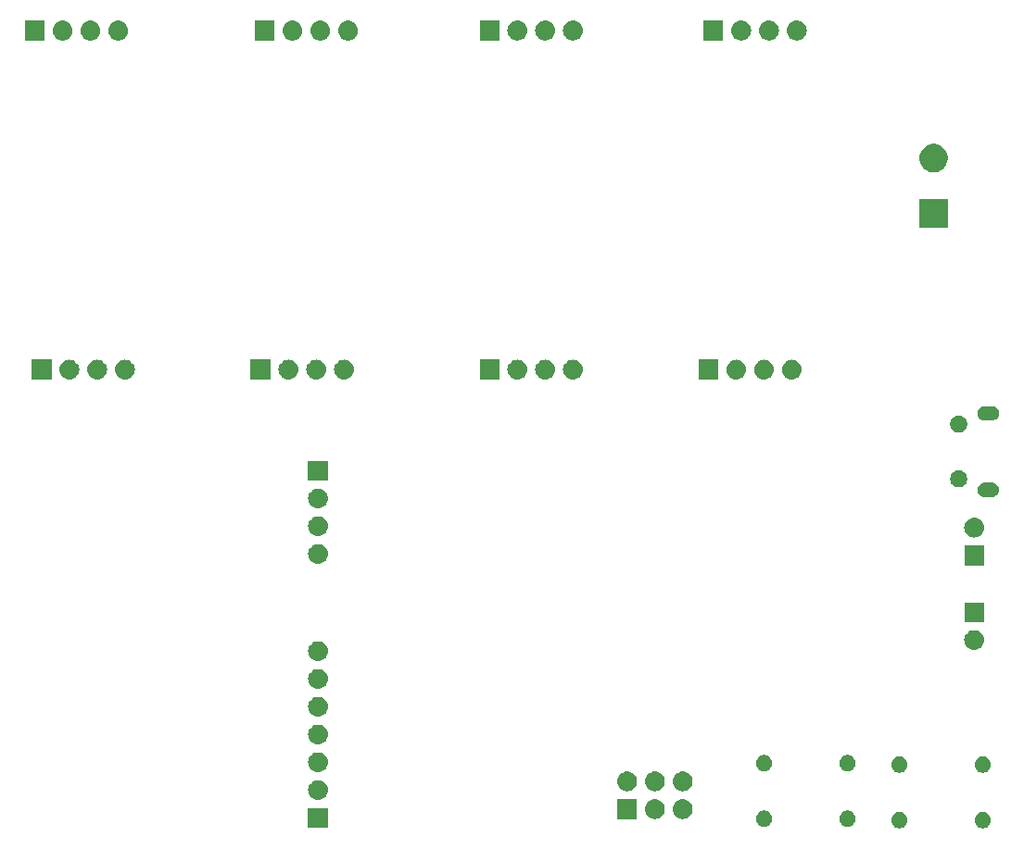
<source format=gbr>
G04 #@! TF.GenerationSoftware,KiCad,Pcbnew,(5.0.1)-4*
G04 #@! TF.CreationDate,2019-10-16T14:09:12+02:00*
G04 #@! TF.ProjectId,Pcb_Sensor_test,5063625F53656E736F725F746573742E,rev?*
G04 #@! TF.SameCoordinates,Original*
G04 #@! TF.FileFunction,Soldermask,Bot*
G04 #@! TF.FilePolarity,Negative*
%FSLAX46Y46*%
G04 Gerber Fmt 4.6, Leading zero omitted, Abs format (unit mm)*
G04 Created by KiCad (PCBNEW (5.0.1)-4) date 16/10/2019 14:09:12*
%MOMM*%
%LPD*%
G01*
G04 APERTURE LIST*
%ADD10C,0.100000*%
G04 APERTURE END LIST*
D10*
G36*
X183218621Y-124479302D02*
X183355022Y-124535801D01*
X183477779Y-124617825D01*
X183582175Y-124722221D01*
X183664199Y-124844978D01*
X183720698Y-124981379D01*
X183749500Y-125126181D01*
X183749500Y-125273819D01*
X183720698Y-125418621D01*
X183664199Y-125555022D01*
X183582175Y-125677779D01*
X183477779Y-125782175D01*
X183355022Y-125864199D01*
X183218621Y-125920698D01*
X183073819Y-125949500D01*
X182926181Y-125949500D01*
X182781379Y-125920698D01*
X182644978Y-125864199D01*
X182522221Y-125782175D01*
X182417825Y-125677779D01*
X182335801Y-125555022D01*
X182279302Y-125418621D01*
X182250500Y-125273819D01*
X182250500Y-125126181D01*
X182279302Y-124981379D01*
X182335801Y-124844978D01*
X182417825Y-124722221D01*
X182522221Y-124617825D01*
X182644978Y-124535801D01*
X182781379Y-124479302D01*
X182926181Y-124450500D01*
X183073819Y-124450500D01*
X183218621Y-124479302D01*
X183218621Y-124479302D01*
G37*
G36*
X175598621Y-124479302D02*
X175735022Y-124535801D01*
X175857779Y-124617825D01*
X175962175Y-124722221D01*
X176044199Y-124844978D01*
X176100698Y-124981379D01*
X176129500Y-125126181D01*
X176129500Y-125273819D01*
X176100698Y-125418621D01*
X176044199Y-125555022D01*
X175962175Y-125677779D01*
X175857779Y-125782175D01*
X175735022Y-125864199D01*
X175598621Y-125920698D01*
X175453819Y-125949500D01*
X175306181Y-125949500D01*
X175161379Y-125920698D01*
X175024978Y-125864199D01*
X174902221Y-125782175D01*
X174797825Y-125677779D01*
X174715801Y-125555022D01*
X174659302Y-125418621D01*
X174630500Y-125273819D01*
X174630500Y-125126181D01*
X174659302Y-124981379D01*
X174715801Y-124844978D01*
X174797825Y-124722221D01*
X174902221Y-124617825D01*
X175024978Y-124535801D01*
X175161379Y-124479302D01*
X175306181Y-124450500D01*
X175453819Y-124450500D01*
X175598621Y-124479302D01*
X175598621Y-124479302D01*
G37*
G36*
X123151000Y-125901000D02*
X121349000Y-125901000D01*
X121349000Y-124099000D01*
X123151000Y-124099000D01*
X123151000Y-125901000D01*
X123151000Y-125901000D01*
G37*
G36*
X170838621Y-124359302D02*
X170975022Y-124415801D01*
X171097779Y-124497825D01*
X171202175Y-124602221D01*
X171284199Y-124724978D01*
X171340698Y-124861379D01*
X171369500Y-125006181D01*
X171369500Y-125153819D01*
X171340698Y-125298621D01*
X171284199Y-125435022D01*
X171202175Y-125557779D01*
X171097779Y-125662175D01*
X170975022Y-125744199D01*
X170838621Y-125800698D01*
X170693819Y-125829500D01*
X170546181Y-125829500D01*
X170401379Y-125800698D01*
X170264978Y-125744199D01*
X170142221Y-125662175D01*
X170037825Y-125557779D01*
X169955801Y-125435022D01*
X169899302Y-125298621D01*
X169870500Y-125153819D01*
X169870500Y-125006181D01*
X169899302Y-124861379D01*
X169955801Y-124724978D01*
X170037825Y-124602221D01*
X170142221Y-124497825D01*
X170264978Y-124415801D01*
X170401379Y-124359302D01*
X170546181Y-124330500D01*
X170693819Y-124330500D01*
X170838621Y-124359302D01*
X170838621Y-124359302D01*
G37*
G36*
X163218621Y-124359302D02*
X163355022Y-124415801D01*
X163477779Y-124497825D01*
X163582175Y-124602221D01*
X163664199Y-124724978D01*
X163720698Y-124861379D01*
X163749500Y-125006181D01*
X163749500Y-125153819D01*
X163720698Y-125298621D01*
X163664199Y-125435022D01*
X163582175Y-125557779D01*
X163477779Y-125662175D01*
X163355022Y-125744199D01*
X163218621Y-125800698D01*
X163073819Y-125829500D01*
X162926181Y-125829500D01*
X162781379Y-125800698D01*
X162644978Y-125744199D01*
X162522221Y-125662175D01*
X162417825Y-125557779D01*
X162335801Y-125435022D01*
X162279302Y-125298621D01*
X162250500Y-125153819D01*
X162250500Y-125006181D01*
X162279302Y-124861379D01*
X162335801Y-124724978D01*
X162417825Y-124602221D01*
X162522221Y-124497825D01*
X162644978Y-124415801D01*
X162781379Y-124359302D01*
X162926181Y-124330500D01*
X163073819Y-124330500D01*
X163218621Y-124359302D01*
X163218621Y-124359302D01*
G37*
G36*
X155690442Y-123305518D02*
X155756627Y-123312037D01*
X155869853Y-123346384D01*
X155926467Y-123363557D01*
X156065087Y-123437652D01*
X156082991Y-123447222D01*
X156118729Y-123476552D01*
X156220186Y-123559814D01*
X156303448Y-123661271D01*
X156332778Y-123697009D01*
X156332779Y-123697011D01*
X156416443Y-123853533D01*
X156416443Y-123853534D01*
X156467963Y-124023373D01*
X156485359Y-124200000D01*
X156467963Y-124376627D01*
X156456079Y-124415802D01*
X156416443Y-124546467D01*
X156386641Y-124602221D01*
X156332778Y-124702991D01*
X156303448Y-124738729D01*
X156220186Y-124840186D01*
X156118729Y-124923448D01*
X156082991Y-124952778D01*
X156082989Y-124952779D01*
X155926467Y-125036443D01*
X155869853Y-125053616D01*
X155756627Y-125087963D01*
X155690442Y-125094482D01*
X155624260Y-125101000D01*
X155535740Y-125101000D01*
X155469558Y-125094482D01*
X155403373Y-125087963D01*
X155290147Y-125053616D01*
X155233533Y-125036443D01*
X155077011Y-124952779D01*
X155077009Y-124952778D01*
X155041271Y-124923448D01*
X154939814Y-124840186D01*
X154856552Y-124738729D01*
X154827222Y-124702991D01*
X154773359Y-124602221D01*
X154743557Y-124546467D01*
X154703921Y-124415802D01*
X154692037Y-124376627D01*
X154674641Y-124200000D01*
X154692037Y-124023373D01*
X154743557Y-123853534D01*
X154743557Y-123853533D01*
X154827221Y-123697011D01*
X154827222Y-123697009D01*
X154856552Y-123661271D01*
X154939814Y-123559814D01*
X155041271Y-123476552D01*
X155077009Y-123447222D01*
X155094913Y-123437652D01*
X155233533Y-123363557D01*
X155290147Y-123346384D01*
X155403373Y-123312037D01*
X155469558Y-123305518D01*
X155535740Y-123299000D01*
X155624260Y-123299000D01*
X155690442Y-123305518D01*
X155690442Y-123305518D01*
G37*
G36*
X151401000Y-125101000D02*
X149599000Y-125101000D01*
X149599000Y-123299000D01*
X151401000Y-123299000D01*
X151401000Y-125101000D01*
X151401000Y-125101000D01*
G37*
G36*
X153150442Y-123305518D02*
X153216627Y-123312037D01*
X153329853Y-123346384D01*
X153386467Y-123363557D01*
X153525087Y-123437652D01*
X153542991Y-123447222D01*
X153578729Y-123476552D01*
X153680186Y-123559814D01*
X153763448Y-123661271D01*
X153792778Y-123697009D01*
X153792779Y-123697011D01*
X153876443Y-123853533D01*
X153876443Y-123853534D01*
X153927963Y-124023373D01*
X153945359Y-124200000D01*
X153927963Y-124376627D01*
X153916079Y-124415802D01*
X153876443Y-124546467D01*
X153846641Y-124602221D01*
X153792778Y-124702991D01*
X153763448Y-124738729D01*
X153680186Y-124840186D01*
X153578729Y-124923448D01*
X153542991Y-124952778D01*
X153542989Y-124952779D01*
X153386467Y-125036443D01*
X153329853Y-125053616D01*
X153216627Y-125087963D01*
X153150442Y-125094482D01*
X153084260Y-125101000D01*
X152995740Y-125101000D01*
X152929558Y-125094482D01*
X152863373Y-125087963D01*
X152750147Y-125053616D01*
X152693533Y-125036443D01*
X152537011Y-124952779D01*
X152537009Y-124952778D01*
X152501271Y-124923448D01*
X152399814Y-124840186D01*
X152316552Y-124738729D01*
X152287222Y-124702991D01*
X152233359Y-124602221D01*
X152203557Y-124546467D01*
X152163921Y-124415802D01*
X152152037Y-124376627D01*
X152134641Y-124200000D01*
X152152037Y-124023373D01*
X152203557Y-123853534D01*
X152203557Y-123853533D01*
X152287221Y-123697011D01*
X152287222Y-123697009D01*
X152316552Y-123661271D01*
X152399814Y-123559814D01*
X152501271Y-123476552D01*
X152537009Y-123447222D01*
X152554913Y-123437652D01*
X152693533Y-123363557D01*
X152750147Y-123346384D01*
X152863373Y-123312037D01*
X152929558Y-123305518D01*
X152995740Y-123299000D01*
X153084260Y-123299000D01*
X153150442Y-123305518D01*
X153150442Y-123305518D01*
G37*
G36*
X122360442Y-121565518D02*
X122426627Y-121572037D01*
X122539853Y-121606384D01*
X122596467Y-121623557D01*
X122664646Y-121660000D01*
X122752991Y-121707222D01*
X122788729Y-121736552D01*
X122890186Y-121819814D01*
X122973448Y-121921271D01*
X123002778Y-121957009D01*
X123002779Y-121957011D01*
X123086443Y-122113533D01*
X123086443Y-122113534D01*
X123137963Y-122283373D01*
X123155359Y-122460000D01*
X123137963Y-122636627D01*
X123103616Y-122749853D01*
X123086443Y-122806467D01*
X123012348Y-122945087D01*
X123002778Y-122962991D01*
X122973448Y-122998729D01*
X122890186Y-123100186D01*
X122788729Y-123183448D01*
X122752991Y-123212778D01*
X122752989Y-123212779D01*
X122596467Y-123296443D01*
X122545059Y-123312037D01*
X122426627Y-123347963D01*
X122360443Y-123354481D01*
X122294260Y-123361000D01*
X122205740Y-123361000D01*
X122139557Y-123354481D01*
X122073373Y-123347963D01*
X121954941Y-123312037D01*
X121903533Y-123296443D01*
X121747011Y-123212779D01*
X121747009Y-123212778D01*
X121711271Y-123183448D01*
X121609814Y-123100186D01*
X121526552Y-122998729D01*
X121497222Y-122962991D01*
X121487652Y-122945087D01*
X121413557Y-122806467D01*
X121396384Y-122749853D01*
X121362037Y-122636627D01*
X121344641Y-122460000D01*
X121362037Y-122283373D01*
X121413557Y-122113534D01*
X121413557Y-122113533D01*
X121497221Y-121957011D01*
X121497222Y-121957009D01*
X121526552Y-121921271D01*
X121609814Y-121819814D01*
X121711271Y-121736552D01*
X121747009Y-121707222D01*
X121835354Y-121660000D01*
X121903533Y-121623557D01*
X121960147Y-121606384D01*
X122073373Y-121572037D01*
X122139558Y-121565518D01*
X122205740Y-121559000D01*
X122294260Y-121559000D01*
X122360442Y-121565518D01*
X122360442Y-121565518D01*
G37*
G36*
X155690442Y-120765518D02*
X155756627Y-120772037D01*
X155869853Y-120806384D01*
X155926467Y-120823557D01*
X156012419Y-120869500D01*
X156082991Y-120907222D01*
X156118729Y-120936552D01*
X156220186Y-121019814D01*
X156303448Y-121121271D01*
X156332778Y-121157009D01*
X156332779Y-121157011D01*
X156416443Y-121313533D01*
X156416443Y-121313534D01*
X156467963Y-121483373D01*
X156485359Y-121660000D01*
X156467963Y-121836627D01*
X156433616Y-121949853D01*
X156416443Y-122006467D01*
X156359214Y-122113533D01*
X156332778Y-122162991D01*
X156303448Y-122198729D01*
X156220186Y-122300186D01*
X156118729Y-122383448D01*
X156082991Y-122412778D01*
X156082989Y-122412779D01*
X155926467Y-122496443D01*
X155869853Y-122513616D01*
X155756627Y-122547963D01*
X155690442Y-122554482D01*
X155624260Y-122561000D01*
X155535740Y-122561000D01*
X155469558Y-122554482D01*
X155403373Y-122547963D01*
X155290147Y-122513616D01*
X155233533Y-122496443D01*
X155077011Y-122412779D01*
X155077009Y-122412778D01*
X155041271Y-122383448D01*
X154939814Y-122300186D01*
X154856552Y-122198729D01*
X154827222Y-122162991D01*
X154800786Y-122113533D01*
X154743557Y-122006467D01*
X154726384Y-121949853D01*
X154692037Y-121836627D01*
X154674641Y-121660000D01*
X154692037Y-121483373D01*
X154743557Y-121313534D01*
X154743557Y-121313533D01*
X154827221Y-121157011D01*
X154827222Y-121157009D01*
X154856552Y-121121271D01*
X154939814Y-121019814D01*
X155041271Y-120936552D01*
X155077009Y-120907222D01*
X155147581Y-120869500D01*
X155233533Y-120823557D01*
X155290147Y-120806384D01*
X155403373Y-120772037D01*
X155469558Y-120765518D01*
X155535740Y-120759000D01*
X155624260Y-120759000D01*
X155690442Y-120765518D01*
X155690442Y-120765518D01*
G37*
G36*
X153150442Y-120765518D02*
X153216627Y-120772037D01*
X153329853Y-120806384D01*
X153386467Y-120823557D01*
X153472419Y-120869500D01*
X153542991Y-120907222D01*
X153578729Y-120936552D01*
X153680186Y-121019814D01*
X153763448Y-121121271D01*
X153792778Y-121157009D01*
X153792779Y-121157011D01*
X153876443Y-121313533D01*
X153876443Y-121313534D01*
X153927963Y-121483373D01*
X153945359Y-121660000D01*
X153927963Y-121836627D01*
X153893616Y-121949853D01*
X153876443Y-122006467D01*
X153819214Y-122113533D01*
X153792778Y-122162991D01*
X153763448Y-122198729D01*
X153680186Y-122300186D01*
X153578729Y-122383448D01*
X153542991Y-122412778D01*
X153542989Y-122412779D01*
X153386467Y-122496443D01*
X153329853Y-122513616D01*
X153216627Y-122547963D01*
X153150442Y-122554482D01*
X153084260Y-122561000D01*
X152995740Y-122561000D01*
X152929558Y-122554482D01*
X152863373Y-122547963D01*
X152750147Y-122513616D01*
X152693533Y-122496443D01*
X152537011Y-122412779D01*
X152537009Y-122412778D01*
X152501271Y-122383448D01*
X152399814Y-122300186D01*
X152316552Y-122198729D01*
X152287222Y-122162991D01*
X152260786Y-122113533D01*
X152203557Y-122006467D01*
X152186384Y-121949853D01*
X152152037Y-121836627D01*
X152134641Y-121660000D01*
X152152037Y-121483373D01*
X152203557Y-121313534D01*
X152203557Y-121313533D01*
X152287221Y-121157011D01*
X152287222Y-121157009D01*
X152316552Y-121121271D01*
X152399814Y-121019814D01*
X152501271Y-120936552D01*
X152537009Y-120907222D01*
X152607581Y-120869500D01*
X152693533Y-120823557D01*
X152750147Y-120806384D01*
X152863373Y-120772037D01*
X152929558Y-120765518D01*
X152995740Y-120759000D01*
X153084260Y-120759000D01*
X153150442Y-120765518D01*
X153150442Y-120765518D01*
G37*
G36*
X150610442Y-120765518D02*
X150676627Y-120772037D01*
X150789853Y-120806384D01*
X150846467Y-120823557D01*
X150932419Y-120869500D01*
X151002991Y-120907222D01*
X151038729Y-120936552D01*
X151140186Y-121019814D01*
X151223448Y-121121271D01*
X151252778Y-121157009D01*
X151252779Y-121157011D01*
X151336443Y-121313533D01*
X151336443Y-121313534D01*
X151387963Y-121483373D01*
X151405359Y-121660000D01*
X151387963Y-121836627D01*
X151353616Y-121949853D01*
X151336443Y-122006467D01*
X151279214Y-122113533D01*
X151252778Y-122162991D01*
X151223448Y-122198729D01*
X151140186Y-122300186D01*
X151038729Y-122383448D01*
X151002991Y-122412778D01*
X151002989Y-122412779D01*
X150846467Y-122496443D01*
X150789853Y-122513616D01*
X150676627Y-122547963D01*
X150610442Y-122554482D01*
X150544260Y-122561000D01*
X150455740Y-122561000D01*
X150389558Y-122554482D01*
X150323373Y-122547963D01*
X150210147Y-122513616D01*
X150153533Y-122496443D01*
X149997011Y-122412779D01*
X149997009Y-122412778D01*
X149961271Y-122383448D01*
X149859814Y-122300186D01*
X149776552Y-122198729D01*
X149747222Y-122162991D01*
X149720786Y-122113533D01*
X149663557Y-122006467D01*
X149646384Y-121949853D01*
X149612037Y-121836627D01*
X149594641Y-121660000D01*
X149612037Y-121483373D01*
X149663557Y-121313534D01*
X149663557Y-121313533D01*
X149747221Y-121157011D01*
X149747222Y-121157009D01*
X149776552Y-121121271D01*
X149859814Y-121019814D01*
X149961271Y-120936552D01*
X149997009Y-120907222D01*
X150067581Y-120869500D01*
X150153533Y-120823557D01*
X150210147Y-120806384D01*
X150323373Y-120772037D01*
X150389558Y-120765518D01*
X150455740Y-120759000D01*
X150544260Y-120759000D01*
X150610442Y-120765518D01*
X150610442Y-120765518D01*
G37*
G36*
X183218621Y-119399302D02*
X183355022Y-119455801D01*
X183477779Y-119537825D01*
X183582175Y-119642221D01*
X183664199Y-119764978D01*
X183720698Y-119901379D01*
X183749500Y-120046181D01*
X183749500Y-120193819D01*
X183720698Y-120338621D01*
X183664199Y-120475022D01*
X183582175Y-120597779D01*
X183477779Y-120702175D01*
X183355022Y-120784199D01*
X183218621Y-120840698D01*
X183073819Y-120869500D01*
X182926181Y-120869500D01*
X182781379Y-120840698D01*
X182644978Y-120784199D01*
X182522221Y-120702175D01*
X182417825Y-120597779D01*
X182335801Y-120475022D01*
X182279302Y-120338621D01*
X182250500Y-120193819D01*
X182250500Y-120046181D01*
X182279302Y-119901379D01*
X182335801Y-119764978D01*
X182417825Y-119642221D01*
X182522221Y-119537825D01*
X182644978Y-119455801D01*
X182781379Y-119399302D01*
X182926181Y-119370500D01*
X183073819Y-119370500D01*
X183218621Y-119399302D01*
X183218621Y-119399302D01*
G37*
G36*
X175598621Y-119399302D02*
X175735022Y-119455801D01*
X175857779Y-119537825D01*
X175962175Y-119642221D01*
X176044199Y-119764978D01*
X176100698Y-119901379D01*
X176129500Y-120046181D01*
X176129500Y-120193819D01*
X176100698Y-120338621D01*
X176044199Y-120475022D01*
X175962175Y-120597779D01*
X175857779Y-120702175D01*
X175735022Y-120784199D01*
X175598621Y-120840698D01*
X175453819Y-120869500D01*
X175306181Y-120869500D01*
X175161379Y-120840698D01*
X175024978Y-120784199D01*
X174902221Y-120702175D01*
X174797825Y-120597779D01*
X174715801Y-120475022D01*
X174659302Y-120338621D01*
X174630500Y-120193819D01*
X174630500Y-120046181D01*
X174659302Y-119901379D01*
X174715801Y-119764978D01*
X174797825Y-119642221D01*
X174902221Y-119537825D01*
X175024978Y-119455801D01*
X175161379Y-119399302D01*
X175306181Y-119370500D01*
X175453819Y-119370500D01*
X175598621Y-119399302D01*
X175598621Y-119399302D01*
G37*
G36*
X122360442Y-119025518D02*
X122426627Y-119032037D01*
X122539853Y-119066384D01*
X122596467Y-119083557D01*
X122735087Y-119157652D01*
X122752991Y-119167222D01*
X122788729Y-119196552D01*
X122890186Y-119279814D01*
X122936133Y-119335802D01*
X123002778Y-119417009D01*
X123002779Y-119417011D01*
X123086443Y-119573533D01*
X123086443Y-119573534D01*
X123137963Y-119743373D01*
X123155359Y-119920000D01*
X123137963Y-120096627D01*
X123108480Y-120193819D01*
X123086443Y-120266467D01*
X123012348Y-120405087D01*
X123002778Y-120422991D01*
X122973448Y-120458729D01*
X122890186Y-120560186D01*
X122788729Y-120643448D01*
X122752991Y-120672778D01*
X122752989Y-120672779D01*
X122596467Y-120756443D01*
X122545059Y-120772037D01*
X122426627Y-120807963D01*
X122360442Y-120814482D01*
X122294260Y-120821000D01*
X122205740Y-120821000D01*
X122139558Y-120814482D01*
X122073373Y-120807963D01*
X121954941Y-120772037D01*
X121903533Y-120756443D01*
X121747011Y-120672779D01*
X121747009Y-120672778D01*
X121711271Y-120643448D01*
X121609814Y-120560186D01*
X121526552Y-120458729D01*
X121497222Y-120422991D01*
X121487652Y-120405087D01*
X121413557Y-120266467D01*
X121391520Y-120193819D01*
X121362037Y-120096627D01*
X121344641Y-119920000D01*
X121362037Y-119743373D01*
X121413557Y-119573534D01*
X121413557Y-119573533D01*
X121497221Y-119417011D01*
X121497222Y-119417009D01*
X121563867Y-119335802D01*
X121609814Y-119279814D01*
X121711271Y-119196552D01*
X121747009Y-119167222D01*
X121764913Y-119157652D01*
X121903533Y-119083557D01*
X121960147Y-119066384D01*
X122073373Y-119032037D01*
X122139558Y-119025518D01*
X122205740Y-119019000D01*
X122294260Y-119019000D01*
X122360442Y-119025518D01*
X122360442Y-119025518D01*
G37*
G36*
X163218621Y-119279302D02*
X163355022Y-119335801D01*
X163477779Y-119417825D01*
X163582175Y-119522221D01*
X163664199Y-119644978D01*
X163720698Y-119781379D01*
X163749500Y-119926181D01*
X163749500Y-120073819D01*
X163720698Y-120218621D01*
X163664199Y-120355022D01*
X163582175Y-120477779D01*
X163477779Y-120582175D01*
X163355022Y-120664199D01*
X163218621Y-120720698D01*
X163073819Y-120749500D01*
X162926181Y-120749500D01*
X162781379Y-120720698D01*
X162644978Y-120664199D01*
X162522221Y-120582175D01*
X162417825Y-120477779D01*
X162335801Y-120355022D01*
X162279302Y-120218621D01*
X162250500Y-120073819D01*
X162250500Y-119926181D01*
X162279302Y-119781379D01*
X162335801Y-119644978D01*
X162417825Y-119522221D01*
X162522221Y-119417825D01*
X162644978Y-119335801D01*
X162781379Y-119279302D01*
X162926181Y-119250500D01*
X163073819Y-119250500D01*
X163218621Y-119279302D01*
X163218621Y-119279302D01*
G37*
G36*
X170838621Y-119279302D02*
X170975022Y-119335801D01*
X171097779Y-119417825D01*
X171202175Y-119522221D01*
X171284199Y-119644978D01*
X171340698Y-119781379D01*
X171369500Y-119926181D01*
X171369500Y-120073819D01*
X171340698Y-120218621D01*
X171284199Y-120355022D01*
X171202175Y-120477779D01*
X171097779Y-120582175D01*
X170975022Y-120664199D01*
X170838621Y-120720698D01*
X170693819Y-120749500D01*
X170546181Y-120749500D01*
X170401379Y-120720698D01*
X170264978Y-120664199D01*
X170142221Y-120582175D01*
X170037825Y-120477779D01*
X169955801Y-120355022D01*
X169899302Y-120218621D01*
X169870500Y-120073819D01*
X169870500Y-119926181D01*
X169899302Y-119781379D01*
X169955801Y-119644978D01*
X170037825Y-119522221D01*
X170142221Y-119417825D01*
X170264978Y-119335801D01*
X170401379Y-119279302D01*
X170546181Y-119250500D01*
X170693819Y-119250500D01*
X170838621Y-119279302D01*
X170838621Y-119279302D01*
G37*
G36*
X122360443Y-116485519D02*
X122426627Y-116492037D01*
X122539853Y-116526384D01*
X122596467Y-116543557D01*
X122735087Y-116617652D01*
X122752991Y-116627222D01*
X122788729Y-116656552D01*
X122890186Y-116739814D01*
X122973448Y-116841271D01*
X123002778Y-116877009D01*
X123002779Y-116877011D01*
X123086443Y-117033533D01*
X123086443Y-117033534D01*
X123137963Y-117203373D01*
X123155359Y-117380000D01*
X123137963Y-117556627D01*
X123103616Y-117669853D01*
X123086443Y-117726467D01*
X123012348Y-117865087D01*
X123002778Y-117882991D01*
X122973448Y-117918729D01*
X122890186Y-118020186D01*
X122788729Y-118103448D01*
X122752991Y-118132778D01*
X122752989Y-118132779D01*
X122596467Y-118216443D01*
X122539853Y-118233616D01*
X122426627Y-118267963D01*
X122360442Y-118274482D01*
X122294260Y-118281000D01*
X122205740Y-118281000D01*
X122139558Y-118274482D01*
X122073373Y-118267963D01*
X121960147Y-118233616D01*
X121903533Y-118216443D01*
X121747011Y-118132779D01*
X121747009Y-118132778D01*
X121711271Y-118103448D01*
X121609814Y-118020186D01*
X121526552Y-117918729D01*
X121497222Y-117882991D01*
X121487652Y-117865087D01*
X121413557Y-117726467D01*
X121396384Y-117669853D01*
X121362037Y-117556627D01*
X121344641Y-117380000D01*
X121362037Y-117203373D01*
X121413557Y-117033534D01*
X121413557Y-117033533D01*
X121497221Y-116877011D01*
X121497222Y-116877009D01*
X121526552Y-116841271D01*
X121609814Y-116739814D01*
X121711271Y-116656552D01*
X121747009Y-116627222D01*
X121764913Y-116617652D01*
X121903533Y-116543557D01*
X121960147Y-116526384D01*
X122073373Y-116492037D01*
X122139557Y-116485519D01*
X122205740Y-116479000D01*
X122294260Y-116479000D01*
X122360443Y-116485519D01*
X122360443Y-116485519D01*
G37*
G36*
X122360443Y-113945519D02*
X122426627Y-113952037D01*
X122539853Y-113986384D01*
X122596467Y-114003557D01*
X122735087Y-114077652D01*
X122752991Y-114087222D01*
X122788729Y-114116552D01*
X122890186Y-114199814D01*
X122973448Y-114301271D01*
X123002778Y-114337009D01*
X123002779Y-114337011D01*
X123086443Y-114493533D01*
X123086443Y-114493534D01*
X123137963Y-114663373D01*
X123155359Y-114840000D01*
X123137963Y-115016627D01*
X123103616Y-115129853D01*
X123086443Y-115186467D01*
X123012348Y-115325087D01*
X123002778Y-115342991D01*
X122973448Y-115378729D01*
X122890186Y-115480186D01*
X122788729Y-115563448D01*
X122752991Y-115592778D01*
X122752989Y-115592779D01*
X122596467Y-115676443D01*
X122539853Y-115693616D01*
X122426627Y-115727963D01*
X122360443Y-115734481D01*
X122294260Y-115741000D01*
X122205740Y-115741000D01*
X122139557Y-115734481D01*
X122073373Y-115727963D01*
X121960147Y-115693616D01*
X121903533Y-115676443D01*
X121747011Y-115592779D01*
X121747009Y-115592778D01*
X121711271Y-115563448D01*
X121609814Y-115480186D01*
X121526552Y-115378729D01*
X121497222Y-115342991D01*
X121487652Y-115325087D01*
X121413557Y-115186467D01*
X121396384Y-115129853D01*
X121362037Y-115016627D01*
X121344641Y-114840000D01*
X121362037Y-114663373D01*
X121413557Y-114493534D01*
X121413557Y-114493533D01*
X121497221Y-114337011D01*
X121497222Y-114337009D01*
X121526552Y-114301271D01*
X121609814Y-114199814D01*
X121711271Y-114116552D01*
X121747009Y-114087222D01*
X121764913Y-114077652D01*
X121903533Y-114003557D01*
X121960147Y-113986384D01*
X122073373Y-113952037D01*
X122139557Y-113945519D01*
X122205740Y-113939000D01*
X122294260Y-113939000D01*
X122360443Y-113945519D01*
X122360443Y-113945519D01*
G37*
G36*
X122360442Y-111405518D02*
X122426627Y-111412037D01*
X122539853Y-111446384D01*
X122596467Y-111463557D01*
X122735087Y-111537652D01*
X122752991Y-111547222D01*
X122788729Y-111576552D01*
X122890186Y-111659814D01*
X122973448Y-111761271D01*
X123002778Y-111797009D01*
X123002779Y-111797011D01*
X123086443Y-111953533D01*
X123086443Y-111953534D01*
X123137963Y-112123373D01*
X123155359Y-112300000D01*
X123137963Y-112476627D01*
X123103616Y-112589853D01*
X123086443Y-112646467D01*
X123012348Y-112785087D01*
X123002778Y-112802991D01*
X122973448Y-112838729D01*
X122890186Y-112940186D01*
X122788729Y-113023448D01*
X122752991Y-113052778D01*
X122752989Y-113052779D01*
X122596467Y-113136443D01*
X122539853Y-113153616D01*
X122426627Y-113187963D01*
X122360442Y-113194482D01*
X122294260Y-113201000D01*
X122205740Y-113201000D01*
X122139558Y-113194482D01*
X122073373Y-113187963D01*
X121960147Y-113153616D01*
X121903533Y-113136443D01*
X121747011Y-113052779D01*
X121747009Y-113052778D01*
X121711271Y-113023448D01*
X121609814Y-112940186D01*
X121526552Y-112838729D01*
X121497222Y-112802991D01*
X121487652Y-112785087D01*
X121413557Y-112646467D01*
X121396384Y-112589853D01*
X121362037Y-112476627D01*
X121344641Y-112300000D01*
X121362037Y-112123373D01*
X121413557Y-111953534D01*
X121413557Y-111953533D01*
X121497221Y-111797011D01*
X121497222Y-111797009D01*
X121526552Y-111761271D01*
X121609814Y-111659814D01*
X121711271Y-111576552D01*
X121747009Y-111547222D01*
X121764913Y-111537652D01*
X121903533Y-111463557D01*
X121960147Y-111446384D01*
X122073373Y-111412037D01*
X122139558Y-111405518D01*
X122205740Y-111399000D01*
X122294260Y-111399000D01*
X122360442Y-111405518D01*
X122360442Y-111405518D01*
G37*
G36*
X122360443Y-108865519D02*
X122426627Y-108872037D01*
X122539853Y-108906384D01*
X122596467Y-108923557D01*
X122735087Y-108997652D01*
X122752991Y-109007222D01*
X122788729Y-109036552D01*
X122890186Y-109119814D01*
X122973448Y-109221271D01*
X123002778Y-109257009D01*
X123002779Y-109257011D01*
X123086443Y-109413533D01*
X123086443Y-109413534D01*
X123137963Y-109583373D01*
X123155359Y-109760000D01*
X123137963Y-109936627D01*
X123103616Y-110049853D01*
X123086443Y-110106467D01*
X123012348Y-110245087D01*
X123002778Y-110262991D01*
X122973448Y-110298729D01*
X122890186Y-110400186D01*
X122788729Y-110483448D01*
X122752991Y-110512778D01*
X122752989Y-110512779D01*
X122596467Y-110596443D01*
X122539853Y-110613616D01*
X122426627Y-110647963D01*
X122360443Y-110654481D01*
X122294260Y-110661000D01*
X122205740Y-110661000D01*
X122139557Y-110654481D01*
X122073373Y-110647963D01*
X121960147Y-110613616D01*
X121903533Y-110596443D01*
X121747011Y-110512779D01*
X121747009Y-110512778D01*
X121711271Y-110483448D01*
X121609814Y-110400186D01*
X121526552Y-110298729D01*
X121497222Y-110262991D01*
X121487652Y-110245087D01*
X121413557Y-110106467D01*
X121396384Y-110049853D01*
X121362037Y-109936627D01*
X121344641Y-109760000D01*
X121362037Y-109583373D01*
X121413557Y-109413534D01*
X121413557Y-109413533D01*
X121497221Y-109257011D01*
X121497222Y-109257009D01*
X121526552Y-109221271D01*
X121609814Y-109119814D01*
X121711271Y-109036552D01*
X121747009Y-109007222D01*
X121764913Y-108997652D01*
X121903533Y-108923557D01*
X121960147Y-108906384D01*
X122073373Y-108872037D01*
X122139557Y-108865519D01*
X122205740Y-108859000D01*
X122294260Y-108859000D01*
X122360443Y-108865519D01*
X122360443Y-108865519D01*
G37*
G36*
X182310442Y-107845518D02*
X182376627Y-107852037D01*
X182489853Y-107886384D01*
X182546467Y-107903557D01*
X182685087Y-107977652D01*
X182702991Y-107987222D01*
X182738729Y-108016552D01*
X182840186Y-108099814D01*
X182923448Y-108201271D01*
X182952778Y-108237009D01*
X182952779Y-108237011D01*
X183036443Y-108393533D01*
X183036443Y-108393534D01*
X183087963Y-108563373D01*
X183105359Y-108740000D01*
X183087963Y-108916627D01*
X183060482Y-109007221D01*
X183036443Y-109086467D01*
X182962348Y-109225087D01*
X182952778Y-109242991D01*
X182941272Y-109257011D01*
X182840186Y-109380186D01*
X182738729Y-109463448D01*
X182702991Y-109492778D01*
X182702989Y-109492779D01*
X182546467Y-109576443D01*
X182489853Y-109593616D01*
X182376627Y-109627963D01*
X182310442Y-109634482D01*
X182244260Y-109641000D01*
X182155740Y-109641000D01*
X182089558Y-109634482D01*
X182023373Y-109627963D01*
X181910147Y-109593616D01*
X181853533Y-109576443D01*
X181697011Y-109492779D01*
X181697009Y-109492778D01*
X181661271Y-109463448D01*
X181559814Y-109380186D01*
X181458728Y-109257011D01*
X181447222Y-109242991D01*
X181437652Y-109225087D01*
X181363557Y-109086467D01*
X181339518Y-109007221D01*
X181312037Y-108916627D01*
X181294641Y-108740000D01*
X181312037Y-108563373D01*
X181363557Y-108393534D01*
X181363557Y-108393533D01*
X181447221Y-108237011D01*
X181447222Y-108237009D01*
X181476552Y-108201271D01*
X181559814Y-108099814D01*
X181661271Y-108016552D01*
X181697009Y-107987222D01*
X181714913Y-107977652D01*
X181853533Y-107903557D01*
X181910147Y-107886384D01*
X182023373Y-107852037D01*
X182089558Y-107845518D01*
X182155740Y-107839000D01*
X182244260Y-107839000D01*
X182310442Y-107845518D01*
X182310442Y-107845518D01*
G37*
G36*
X183101000Y-107101000D02*
X181299000Y-107101000D01*
X181299000Y-105299000D01*
X183101000Y-105299000D01*
X183101000Y-107101000D01*
X183101000Y-107101000D01*
G37*
G36*
X183101000Y-101901000D02*
X181299000Y-101901000D01*
X181299000Y-100099000D01*
X183101000Y-100099000D01*
X183101000Y-101901000D01*
X183101000Y-101901000D01*
G37*
G36*
X122360443Y-99975519D02*
X122426627Y-99982037D01*
X122539853Y-100016384D01*
X122596467Y-100033557D01*
X122718900Y-100099000D01*
X122752991Y-100117222D01*
X122788729Y-100146552D01*
X122890186Y-100229814D01*
X122973448Y-100331271D01*
X123002778Y-100367009D01*
X123002779Y-100367011D01*
X123086443Y-100523533D01*
X123086443Y-100523534D01*
X123137963Y-100693373D01*
X123155359Y-100870000D01*
X123137963Y-101046627D01*
X123103616Y-101159853D01*
X123086443Y-101216467D01*
X123012348Y-101355087D01*
X123002778Y-101372991D01*
X122973448Y-101408729D01*
X122890186Y-101510186D01*
X122788729Y-101593448D01*
X122752991Y-101622778D01*
X122752989Y-101622779D01*
X122596467Y-101706443D01*
X122539853Y-101723616D01*
X122426627Y-101757963D01*
X122360443Y-101764481D01*
X122294260Y-101771000D01*
X122205740Y-101771000D01*
X122139557Y-101764481D01*
X122073373Y-101757963D01*
X121960147Y-101723616D01*
X121903533Y-101706443D01*
X121747011Y-101622779D01*
X121747009Y-101622778D01*
X121711271Y-101593448D01*
X121609814Y-101510186D01*
X121526552Y-101408729D01*
X121497222Y-101372991D01*
X121487652Y-101355087D01*
X121413557Y-101216467D01*
X121396384Y-101159853D01*
X121362037Y-101046627D01*
X121344641Y-100870000D01*
X121362037Y-100693373D01*
X121413557Y-100523534D01*
X121413557Y-100523533D01*
X121497221Y-100367011D01*
X121497222Y-100367009D01*
X121526552Y-100331271D01*
X121609814Y-100229814D01*
X121711271Y-100146552D01*
X121747009Y-100117222D01*
X121781100Y-100099000D01*
X121903533Y-100033557D01*
X121960147Y-100016384D01*
X122073373Y-99982037D01*
X122139557Y-99975519D01*
X122205740Y-99969000D01*
X122294260Y-99969000D01*
X122360443Y-99975519D01*
X122360443Y-99975519D01*
G37*
G36*
X182310442Y-97565518D02*
X182376627Y-97572037D01*
X182489853Y-97606384D01*
X182546467Y-97623557D01*
X182670423Y-97689814D01*
X182702991Y-97707222D01*
X182738729Y-97736552D01*
X182840186Y-97819814D01*
X182923448Y-97921271D01*
X182952778Y-97957009D01*
X182952779Y-97957011D01*
X183036443Y-98113533D01*
X183036443Y-98113534D01*
X183087963Y-98283373D01*
X183105359Y-98460000D01*
X183087963Y-98636627D01*
X183053616Y-98749853D01*
X183036443Y-98806467D01*
X183022266Y-98832989D01*
X182952778Y-98962991D01*
X182946873Y-98970186D01*
X182840186Y-99100186D01*
X182759450Y-99166443D01*
X182702991Y-99212778D01*
X182702989Y-99212779D01*
X182546467Y-99296443D01*
X182489853Y-99313616D01*
X182376627Y-99347963D01*
X182310443Y-99354481D01*
X182244260Y-99361000D01*
X182155740Y-99361000D01*
X182089557Y-99354481D01*
X182023373Y-99347963D01*
X181910147Y-99313616D01*
X181853533Y-99296443D01*
X181697011Y-99212779D01*
X181697009Y-99212778D01*
X181640550Y-99166443D01*
X181559814Y-99100186D01*
X181453127Y-98970186D01*
X181447222Y-98962991D01*
X181377734Y-98832989D01*
X181363557Y-98806467D01*
X181346384Y-98749853D01*
X181312037Y-98636627D01*
X181294641Y-98460000D01*
X181312037Y-98283373D01*
X181363557Y-98113534D01*
X181363557Y-98113533D01*
X181447221Y-97957011D01*
X181447222Y-97957009D01*
X181476552Y-97921271D01*
X181559814Y-97819814D01*
X181661271Y-97736552D01*
X181697009Y-97707222D01*
X181729577Y-97689814D01*
X181853533Y-97623557D01*
X181910147Y-97606384D01*
X182023373Y-97572037D01*
X182089557Y-97565519D01*
X182155740Y-97559000D01*
X182244260Y-97559000D01*
X182310442Y-97565518D01*
X182310442Y-97565518D01*
G37*
G36*
X122360443Y-97435519D02*
X122426627Y-97442037D01*
X122539853Y-97476384D01*
X122596467Y-97493557D01*
X122718900Y-97559000D01*
X122752991Y-97577222D01*
X122788729Y-97606552D01*
X122890186Y-97689814D01*
X122973448Y-97791271D01*
X123002778Y-97827009D01*
X123002779Y-97827011D01*
X123086443Y-97983533D01*
X123086443Y-97983534D01*
X123137963Y-98153373D01*
X123155359Y-98330000D01*
X123137963Y-98506627D01*
X123103616Y-98619853D01*
X123086443Y-98676467D01*
X123012348Y-98815087D01*
X123002778Y-98832991D01*
X122973448Y-98868729D01*
X122890186Y-98970186D01*
X122788729Y-99053448D01*
X122752991Y-99082778D01*
X122752989Y-99082779D01*
X122596467Y-99166443D01*
X122539853Y-99183616D01*
X122426627Y-99217963D01*
X122360442Y-99224482D01*
X122294260Y-99231000D01*
X122205740Y-99231000D01*
X122139558Y-99224482D01*
X122073373Y-99217963D01*
X121960147Y-99183616D01*
X121903533Y-99166443D01*
X121747011Y-99082779D01*
X121747009Y-99082778D01*
X121711271Y-99053448D01*
X121609814Y-98970186D01*
X121526552Y-98868729D01*
X121497222Y-98832991D01*
X121487652Y-98815087D01*
X121413557Y-98676467D01*
X121396384Y-98619853D01*
X121362037Y-98506627D01*
X121344641Y-98330000D01*
X121362037Y-98153373D01*
X121413557Y-97983534D01*
X121413557Y-97983533D01*
X121497221Y-97827011D01*
X121497222Y-97827009D01*
X121526552Y-97791271D01*
X121609814Y-97689814D01*
X121711271Y-97606552D01*
X121747009Y-97577222D01*
X121781100Y-97559000D01*
X121903533Y-97493557D01*
X121960147Y-97476384D01*
X122073373Y-97442037D01*
X122139557Y-97435519D01*
X122205740Y-97429000D01*
X122294260Y-97429000D01*
X122360443Y-97435519D01*
X122360443Y-97435519D01*
G37*
G36*
X122360443Y-94895519D02*
X122426627Y-94902037D01*
X122539853Y-94936384D01*
X122596467Y-94953557D01*
X122683354Y-95000000D01*
X122752991Y-95037222D01*
X122788729Y-95066552D01*
X122890186Y-95149814D01*
X122972678Y-95250332D01*
X123002778Y-95287009D01*
X123002779Y-95287011D01*
X123086443Y-95443533D01*
X123103616Y-95500147D01*
X123137963Y-95613373D01*
X123155359Y-95790000D01*
X123137963Y-95966627D01*
X123103616Y-96079853D01*
X123086443Y-96136467D01*
X123012348Y-96275087D01*
X123002778Y-96292991D01*
X122973448Y-96328729D01*
X122890186Y-96430186D01*
X122788729Y-96513448D01*
X122752991Y-96542778D01*
X122752989Y-96542779D01*
X122596467Y-96626443D01*
X122539853Y-96643616D01*
X122426627Y-96677963D01*
X122360443Y-96684481D01*
X122294260Y-96691000D01*
X122205740Y-96691000D01*
X122139558Y-96684482D01*
X122073373Y-96677963D01*
X121960147Y-96643616D01*
X121903533Y-96626443D01*
X121747011Y-96542779D01*
X121747009Y-96542778D01*
X121711271Y-96513448D01*
X121609814Y-96430186D01*
X121526552Y-96328729D01*
X121497222Y-96292991D01*
X121487652Y-96275087D01*
X121413557Y-96136467D01*
X121396384Y-96079853D01*
X121362037Y-95966627D01*
X121344641Y-95790000D01*
X121362037Y-95613373D01*
X121396384Y-95500147D01*
X121413557Y-95443533D01*
X121497221Y-95287011D01*
X121497222Y-95287009D01*
X121527322Y-95250332D01*
X121609814Y-95149814D01*
X121711271Y-95066552D01*
X121747009Y-95037222D01*
X121816646Y-95000000D01*
X121903533Y-94953557D01*
X121960147Y-94936384D01*
X122073373Y-94902037D01*
X122139557Y-94895519D01*
X122205740Y-94889000D01*
X122294260Y-94889000D01*
X122360443Y-94895519D01*
X122360443Y-94895519D01*
G37*
G36*
X183901355Y-94352140D02*
X183965118Y-94358420D01*
X184046927Y-94383237D01*
X184087833Y-94395645D01*
X184187991Y-94449181D01*
X184200926Y-94456095D01*
X184300053Y-94537447D01*
X184381405Y-94636574D01*
X184381406Y-94636576D01*
X184441855Y-94749667D01*
X184441855Y-94749668D01*
X184479080Y-94872382D01*
X184491649Y-95000000D01*
X184479080Y-95127618D01*
X184454263Y-95209427D01*
X184441855Y-95250333D01*
X184422251Y-95287009D01*
X184381405Y-95363426D01*
X184300053Y-95462553D01*
X184200926Y-95543905D01*
X184200924Y-95543906D01*
X184087833Y-95604355D01*
X184058104Y-95613373D01*
X183965118Y-95641580D01*
X183901355Y-95647860D01*
X183869474Y-95651000D01*
X183105526Y-95651000D01*
X183073645Y-95647860D01*
X183009882Y-95641580D01*
X182916896Y-95613373D01*
X182887167Y-95604355D01*
X182774076Y-95543906D01*
X182774074Y-95543905D01*
X182674947Y-95462553D01*
X182593595Y-95363426D01*
X182552749Y-95287009D01*
X182533145Y-95250333D01*
X182520737Y-95209427D01*
X182495920Y-95127618D01*
X182483351Y-95000000D01*
X182495920Y-94872382D01*
X182533145Y-94749668D01*
X182533145Y-94749667D01*
X182593594Y-94636576D01*
X182593595Y-94636574D01*
X182674947Y-94537447D01*
X182774074Y-94456095D01*
X182787009Y-94449181D01*
X182887167Y-94395645D01*
X182928073Y-94383237D01*
X183009882Y-94358420D01*
X183073645Y-94352140D01*
X183105526Y-94349000D01*
X183869474Y-94349000D01*
X183901355Y-94352140D01*
X183901355Y-94352140D01*
G37*
G36*
X181013849Y-93253820D02*
X181013852Y-93253821D01*
X181013851Y-93253821D01*
X181155074Y-93312317D01*
X181155075Y-93312318D01*
X181282174Y-93397243D01*
X181390257Y-93505326D01*
X181390259Y-93505329D01*
X181475183Y-93632426D01*
X181520427Y-93741657D01*
X181533680Y-93773651D01*
X181563500Y-93923569D01*
X181563500Y-94076431D01*
X181533680Y-94226349D01*
X181533679Y-94226351D01*
X181475183Y-94367574D01*
X181475182Y-94367575D01*
X181390257Y-94494674D01*
X181282174Y-94602757D01*
X181282171Y-94602759D01*
X181155074Y-94687683D01*
X181045843Y-94732927D01*
X181013849Y-94746180D01*
X180863931Y-94776000D01*
X180711069Y-94776000D01*
X180561151Y-94746180D01*
X180529157Y-94732927D01*
X180419926Y-94687683D01*
X180292829Y-94602759D01*
X180292826Y-94602757D01*
X180184743Y-94494674D01*
X180099818Y-94367575D01*
X180099817Y-94367574D01*
X180041321Y-94226351D01*
X180041320Y-94226349D01*
X180011500Y-94076431D01*
X180011500Y-93923569D01*
X180041320Y-93773651D01*
X180054573Y-93741657D01*
X180099817Y-93632426D01*
X180184741Y-93505329D01*
X180184743Y-93505326D01*
X180292826Y-93397243D01*
X180419925Y-93312318D01*
X180419926Y-93312317D01*
X180561149Y-93253821D01*
X180561148Y-93253821D01*
X180561151Y-93253820D01*
X180711069Y-93224000D01*
X180863931Y-93224000D01*
X181013849Y-93253820D01*
X181013849Y-93253820D01*
G37*
G36*
X123151000Y-94151000D02*
X121349000Y-94151000D01*
X121349000Y-92349000D01*
X123151000Y-92349000D01*
X123151000Y-94151000D01*
X123151000Y-94151000D01*
G37*
G36*
X181013849Y-88253820D02*
X181013852Y-88253821D01*
X181013851Y-88253821D01*
X181155074Y-88312317D01*
X181280456Y-88396095D01*
X181282174Y-88397243D01*
X181390257Y-88505326D01*
X181390259Y-88505329D01*
X181475183Y-88632426D01*
X181520427Y-88741657D01*
X181533680Y-88773651D01*
X181563500Y-88923569D01*
X181563500Y-89076431D01*
X181533680Y-89226349D01*
X181533679Y-89226351D01*
X181475183Y-89367574D01*
X181475182Y-89367575D01*
X181390257Y-89494674D01*
X181282174Y-89602757D01*
X181282171Y-89602759D01*
X181155074Y-89687683D01*
X181045843Y-89732927D01*
X181013849Y-89746180D01*
X180863931Y-89776000D01*
X180711069Y-89776000D01*
X180561151Y-89746180D01*
X180529157Y-89732927D01*
X180419926Y-89687683D01*
X180292829Y-89602759D01*
X180292826Y-89602757D01*
X180184743Y-89494674D01*
X180099818Y-89367575D01*
X180099817Y-89367574D01*
X180041321Y-89226351D01*
X180041320Y-89226349D01*
X180011500Y-89076431D01*
X180011500Y-88923569D01*
X180041320Y-88773651D01*
X180054573Y-88741657D01*
X180099817Y-88632426D01*
X180184741Y-88505329D01*
X180184743Y-88505326D01*
X180292826Y-88397243D01*
X180294544Y-88396095D01*
X180419926Y-88312317D01*
X180561149Y-88253821D01*
X180561148Y-88253821D01*
X180561151Y-88253820D01*
X180711069Y-88224000D01*
X180863931Y-88224000D01*
X181013849Y-88253820D01*
X181013849Y-88253820D01*
G37*
G36*
X183901355Y-87352140D02*
X183965118Y-87358420D01*
X184046927Y-87383237D01*
X184087833Y-87395645D01*
X184187991Y-87449181D01*
X184200926Y-87456095D01*
X184300053Y-87537447D01*
X184381405Y-87636574D01*
X184381406Y-87636576D01*
X184441855Y-87749667D01*
X184441855Y-87749668D01*
X184479080Y-87872382D01*
X184491649Y-88000000D01*
X184479080Y-88127618D01*
X184454263Y-88209427D01*
X184441855Y-88250333D01*
X184408723Y-88312318D01*
X184381405Y-88363426D01*
X184300053Y-88462553D01*
X184200926Y-88543905D01*
X184200924Y-88543906D01*
X184087833Y-88604355D01*
X184046927Y-88616763D01*
X183965118Y-88641580D01*
X183901355Y-88647860D01*
X183869474Y-88651000D01*
X183105526Y-88651000D01*
X183073645Y-88647860D01*
X183009882Y-88641580D01*
X182928073Y-88616763D01*
X182887167Y-88604355D01*
X182774076Y-88543906D01*
X182774074Y-88543905D01*
X182674947Y-88462553D01*
X182593595Y-88363426D01*
X182566277Y-88312318D01*
X182533145Y-88250333D01*
X182520737Y-88209427D01*
X182495920Y-88127618D01*
X182483351Y-88000000D01*
X182495920Y-87872382D01*
X182533145Y-87749668D01*
X182533145Y-87749667D01*
X182593594Y-87636576D01*
X182593595Y-87636574D01*
X182674947Y-87537447D01*
X182774074Y-87456095D01*
X182787009Y-87449181D01*
X182887167Y-87395645D01*
X182928073Y-87383237D01*
X183009882Y-87358420D01*
X183073645Y-87352140D01*
X183105526Y-87349000D01*
X183869474Y-87349000D01*
X183901355Y-87352140D01*
X183901355Y-87352140D01*
G37*
G36*
X124730442Y-83105518D02*
X124796627Y-83112037D01*
X124909853Y-83146384D01*
X124966467Y-83163557D01*
X125105087Y-83237652D01*
X125122991Y-83247222D01*
X125158729Y-83276552D01*
X125260186Y-83359814D01*
X125343448Y-83461271D01*
X125372778Y-83497009D01*
X125372779Y-83497011D01*
X125456443Y-83653533D01*
X125456443Y-83653534D01*
X125507963Y-83823373D01*
X125525359Y-84000000D01*
X125507963Y-84176627D01*
X125473616Y-84289853D01*
X125456443Y-84346467D01*
X125382348Y-84485087D01*
X125372778Y-84502991D01*
X125343448Y-84538729D01*
X125260186Y-84640186D01*
X125158729Y-84723448D01*
X125122991Y-84752778D01*
X125122989Y-84752779D01*
X124966467Y-84836443D01*
X124909853Y-84853616D01*
X124796627Y-84887963D01*
X124730442Y-84894482D01*
X124664260Y-84901000D01*
X124575740Y-84901000D01*
X124509558Y-84894482D01*
X124443373Y-84887963D01*
X124330147Y-84853616D01*
X124273533Y-84836443D01*
X124117011Y-84752779D01*
X124117009Y-84752778D01*
X124081271Y-84723448D01*
X123979814Y-84640186D01*
X123896552Y-84538729D01*
X123867222Y-84502991D01*
X123857652Y-84485087D01*
X123783557Y-84346467D01*
X123766384Y-84289853D01*
X123732037Y-84176627D01*
X123714641Y-84000000D01*
X123732037Y-83823373D01*
X123783557Y-83653534D01*
X123783557Y-83653533D01*
X123867221Y-83497011D01*
X123867222Y-83497009D01*
X123896552Y-83461271D01*
X123979814Y-83359814D01*
X124081271Y-83276552D01*
X124117009Y-83247222D01*
X124134913Y-83237652D01*
X124273533Y-83163557D01*
X124330147Y-83146384D01*
X124443373Y-83112037D01*
X124509558Y-83105518D01*
X124575740Y-83099000D01*
X124664260Y-83099000D01*
X124730442Y-83105518D01*
X124730442Y-83105518D01*
G37*
G36*
X97901000Y-84901000D02*
X96099000Y-84901000D01*
X96099000Y-83099000D01*
X97901000Y-83099000D01*
X97901000Y-84901000D01*
X97901000Y-84901000D01*
G37*
G36*
X138821000Y-84901000D02*
X137019000Y-84901000D01*
X137019000Y-83099000D01*
X138821000Y-83099000D01*
X138821000Y-84901000D01*
X138821000Y-84901000D01*
G37*
G36*
X140570442Y-83105518D02*
X140636627Y-83112037D01*
X140749853Y-83146384D01*
X140806467Y-83163557D01*
X140945087Y-83237652D01*
X140962991Y-83247222D01*
X140998729Y-83276552D01*
X141100186Y-83359814D01*
X141183448Y-83461271D01*
X141212778Y-83497009D01*
X141212779Y-83497011D01*
X141296443Y-83653533D01*
X141296443Y-83653534D01*
X141347963Y-83823373D01*
X141365359Y-84000000D01*
X141347963Y-84176627D01*
X141313616Y-84289853D01*
X141296443Y-84346467D01*
X141222348Y-84485087D01*
X141212778Y-84502991D01*
X141183448Y-84538729D01*
X141100186Y-84640186D01*
X140998729Y-84723448D01*
X140962991Y-84752778D01*
X140962989Y-84752779D01*
X140806467Y-84836443D01*
X140749853Y-84853616D01*
X140636627Y-84887963D01*
X140570442Y-84894482D01*
X140504260Y-84901000D01*
X140415740Y-84901000D01*
X140349558Y-84894482D01*
X140283373Y-84887963D01*
X140170147Y-84853616D01*
X140113533Y-84836443D01*
X139957011Y-84752779D01*
X139957009Y-84752778D01*
X139921271Y-84723448D01*
X139819814Y-84640186D01*
X139736552Y-84538729D01*
X139707222Y-84502991D01*
X139697652Y-84485087D01*
X139623557Y-84346467D01*
X139606384Y-84289853D01*
X139572037Y-84176627D01*
X139554641Y-84000000D01*
X139572037Y-83823373D01*
X139623557Y-83653534D01*
X139623557Y-83653533D01*
X139707221Y-83497011D01*
X139707222Y-83497009D01*
X139736552Y-83461271D01*
X139819814Y-83359814D01*
X139921271Y-83276552D01*
X139957009Y-83247222D01*
X139974913Y-83237652D01*
X140113533Y-83163557D01*
X140170147Y-83146384D01*
X140283373Y-83112037D01*
X140349558Y-83105518D01*
X140415740Y-83099000D01*
X140504260Y-83099000D01*
X140570442Y-83105518D01*
X140570442Y-83105518D01*
G37*
G36*
X143110442Y-83105518D02*
X143176627Y-83112037D01*
X143289853Y-83146384D01*
X143346467Y-83163557D01*
X143485087Y-83237652D01*
X143502991Y-83247222D01*
X143538729Y-83276552D01*
X143640186Y-83359814D01*
X143723448Y-83461271D01*
X143752778Y-83497009D01*
X143752779Y-83497011D01*
X143836443Y-83653533D01*
X143836443Y-83653534D01*
X143887963Y-83823373D01*
X143905359Y-84000000D01*
X143887963Y-84176627D01*
X143853616Y-84289853D01*
X143836443Y-84346467D01*
X143762348Y-84485087D01*
X143752778Y-84502991D01*
X143723448Y-84538729D01*
X143640186Y-84640186D01*
X143538729Y-84723448D01*
X143502991Y-84752778D01*
X143502989Y-84752779D01*
X143346467Y-84836443D01*
X143289853Y-84853616D01*
X143176627Y-84887963D01*
X143110442Y-84894482D01*
X143044260Y-84901000D01*
X142955740Y-84901000D01*
X142889558Y-84894482D01*
X142823373Y-84887963D01*
X142710147Y-84853616D01*
X142653533Y-84836443D01*
X142497011Y-84752779D01*
X142497009Y-84752778D01*
X142461271Y-84723448D01*
X142359814Y-84640186D01*
X142276552Y-84538729D01*
X142247222Y-84502991D01*
X142237652Y-84485087D01*
X142163557Y-84346467D01*
X142146384Y-84289853D01*
X142112037Y-84176627D01*
X142094641Y-84000000D01*
X142112037Y-83823373D01*
X142163557Y-83653534D01*
X142163557Y-83653533D01*
X142247221Y-83497011D01*
X142247222Y-83497009D01*
X142276552Y-83461271D01*
X142359814Y-83359814D01*
X142461271Y-83276552D01*
X142497009Y-83247222D01*
X142514913Y-83237652D01*
X142653533Y-83163557D01*
X142710147Y-83146384D01*
X142823373Y-83112037D01*
X142889558Y-83105518D01*
X142955740Y-83099000D01*
X143044260Y-83099000D01*
X143110442Y-83105518D01*
X143110442Y-83105518D01*
G37*
G36*
X145650442Y-83105518D02*
X145716627Y-83112037D01*
X145829853Y-83146384D01*
X145886467Y-83163557D01*
X146025087Y-83237652D01*
X146042991Y-83247222D01*
X146078729Y-83276552D01*
X146180186Y-83359814D01*
X146263448Y-83461271D01*
X146292778Y-83497009D01*
X146292779Y-83497011D01*
X146376443Y-83653533D01*
X146376443Y-83653534D01*
X146427963Y-83823373D01*
X146445359Y-84000000D01*
X146427963Y-84176627D01*
X146393616Y-84289853D01*
X146376443Y-84346467D01*
X146302348Y-84485087D01*
X146292778Y-84502991D01*
X146263448Y-84538729D01*
X146180186Y-84640186D01*
X146078729Y-84723448D01*
X146042991Y-84752778D01*
X146042989Y-84752779D01*
X145886467Y-84836443D01*
X145829853Y-84853616D01*
X145716627Y-84887963D01*
X145650442Y-84894482D01*
X145584260Y-84901000D01*
X145495740Y-84901000D01*
X145429558Y-84894482D01*
X145363373Y-84887963D01*
X145250147Y-84853616D01*
X145193533Y-84836443D01*
X145037011Y-84752779D01*
X145037009Y-84752778D01*
X145001271Y-84723448D01*
X144899814Y-84640186D01*
X144816552Y-84538729D01*
X144787222Y-84502991D01*
X144777652Y-84485087D01*
X144703557Y-84346467D01*
X144686384Y-84289853D01*
X144652037Y-84176627D01*
X144634641Y-84000000D01*
X144652037Y-83823373D01*
X144703557Y-83653534D01*
X144703557Y-83653533D01*
X144787221Y-83497011D01*
X144787222Y-83497009D01*
X144816552Y-83461271D01*
X144899814Y-83359814D01*
X145001271Y-83276552D01*
X145037009Y-83247222D01*
X145054913Y-83237652D01*
X145193533Y-83163557D01*
X145250147Y-83146384D01*
X145363373Y-83112037D01*
X145429558Y-83105518D01*
X145495740Y-83099000D01*
X145584260Y-83099000D01*
X145650442Y-83105518D01*
X145650442Y-83105518D01*
G37*
G36*
X99650442Y-83105518D02*
X99716627Y-83112037D01*
X99829853Y-83146384D01*
X99886467Y-83163557D01*
X100025087Y-83237652D01*
X100042991Y-83247222D01*
X100078729Y-83276552D01*
X100180186Y-83359814D01*
X100263448Y-83461271D01*
X100292778Y-83497009D01*
X100292779Y-83497011D01*
X100376443Y-83653533D01*
X100376443Y-83653534D01*
X100427963Y-83823373D01*
X100445359Y-84000000D01*
X100427963Y-84176627D01*
X100393616Y-84289853D01*
X100376443Y-84346467D01*
X100302348Y-84485087D01*
X100292778Y-84502991D01*
X100263448Y-84538729D01*
X100180186Y-84640186D01*
X100078729Y-84723448D01*
X100042991Y-84752778D01*
X100042989Y-84752779D01*
X99886467Y-84836443D01*
X99829853Y-84853616D01*
X99716627Y-84887963D01*
X99650442Y-84894482D01*
X99584260Y-84901000D01*
X99495740Y-84901000D01*
X99429558Y-84894482D01*
X99363373Y-84887963D01*
X99250147Y-84853616D01*
X99193533Y-84836443D01*
X99037011Y-84752779D01*
X99037009Y-84752778D01*
X99001271Y-84723448D01*
X98899814Y-84640186D01*
X98816552Y-84538729D01*
X98787222Y-84502991D01*
X98777652Y-84485087D01*
X98703557Y-84346467D01*
X98686384Y-84289853D01*
X98652037Y-84176627D01*
X98634641Y-84000000D01*
X98652037Y-83823373D01*
X98703557Y-83653534D01*
X98703557Y-83653533D01*
X98787221Y-83497011D01*
X98787222Y-83497009D01*
X98816552Y-83461271D01*
X98899814Y-83359814D01*
X99001271Y-83276552D01*
X99037009Y-83247222D01*
X99054913Y-83237652D01*
X99193533Y-83163557D01*
X99250147Y-83146384D01*
X99363373Y-83112037D01*
X99429558Y-83105518D01*
X99495740Y-83099000D01*
X99584260Y-83099000D01*
X99650442Y-83105518D01*
X99650442Y-83105518D01*
G37*
G36*
X102190442Y-83105518D02*
X102256627Y-83112037D01*
X102369853Y-83146384D01*
X102426467Y-83163557D01*
X102565087Y-83237652D01*
X102582991Y-83247222D01*
X102618729Y-83276552D01*
X102720186Y-83359814D01*
X102803448Y-83461271D01*
X102832778Y-83497009D01*
X102832779Y-83497011D01*
X102916443Y-83653533D01*
X102916443Y-83653534D01*
X102967963Y-83823373D01*
X102985359Y-84000000D01*
X102967963Y-84176627D01*
X102933616Y-84289853D01*
X102916443Y-84346467D01*
X102842348Y-84485087D01*
X102832778Y-84502991D01*
X102803448Y-84538729D01*
X102720186Y-84640186D01*
X102618729Y-84723448D01*
X102582991Y-84752778D01*
X102582989Y-84752779D01*
X102426467Y-84836443D01*
X102369853Y-84853616D01*
X102256627Y-84887963D01*
X102190442Y-84894482D01*
X102124260Y-84901000D01*
X102035740Y-84901000D01*
X101969558Y-84894482D01*
X101903373Y-84887963D01*
X101790147Y-84853616D01*
X101733533Y-84836443D01*
X101577011Y-84752779D01*
X101577009Y-84752778D01*
X101541271Y-84723448D01*
X101439814Y-84640186D01*
X101356552Y-84538729D01*
X101327222Y-84502991D01*
X101317652Y-84485087D01*
X101243557Y-84346467D01*
X101226384Y-84289853D01*
X101192037Y-84176627D01*
X101174641Y-84000000D01*
X101192037Y-83823373D01*
X101243557Y-83653534D01*
X101243557Y-83653533D01*
X101327221Y-83497011D01*
X101327222Y-83497009D01*
X101356552Y-83461271D01*
X101439814Y-83359814D01*
X101541271Y-83276552D01*
X101577009Y-83247222D01*
X101594913Y-83237652D01*
X101733533Y-83163557D01*
X101790147Y-83146384D01*
X101903373Y-83112037D01*
X101969558Y-83105518D01*
X102035740Y-83099000D01*
X102124260Y-83099000D01*
X102190442Y-83105518D01*
X102190442Y-83105518D01*
G37*
G36*
X158821000Y-84901000D02*
X157019000Y-84901000D01*
X157019000Y-83099000D01*
X158821000Y-83099000D01*
X158821000Y-84901000D01*
X158821000Y-84901000D01*
G37*
G36*
X160570442Y-83105518D02*
X160636627Y-83112037D01*
X160749853Y-83146384D01*
X160806467Y-83163557D01*
X160945087Y-83237652D01*
X160962991Y-83247222D01*
X160998729Y-83276552D01*
X161100186Y-83359814D01*
X161183448Y-83461271D01*
X161212778Y-83497009D01*
X161212779Y-83497011D01*
X161296443Y-83653533D01*
X161296443Y-83653534D01*
X161347963Y-83823373D01*
X161365359Y-84000000D01*
X161347963Y-84176627D01*
X161313616Y-84289853D01*
X161296443Y-84346467D01*
X161222348Y-84485087D01*
X161212778Y-84502991D01*
X161183448Y-84538729D01*
X161100186Y-84640186D01*
X160998729Y-84723448D01*
X160962991Y-84752778D01*
X160962989Y-84752779D01*
X160806467Y-84836443D01*
X160749853Y-84853616D01*
X160636627Y-84887963D01*
X160570442Y-84894482D01*
X160504260Y-84901000D01*
X160415740Y-84901000D01*
X160349558Y-84894482D01*
X160283373Y-84887963D01*
X160170147Y-84853616D01*
X160113533Y-84836443D01*
X159957011Y-84752779D01*
X159957009Y-84752778D01*
X159921271Y-84723448D01*
X159819814Y-84640186D01*
X159736552Y-84538729D01*
X159707222Y-84502991D01*
X159697652Y-84485087D01*
X159623557Y-84346467D01*
X159606384Y-84289853D01*
X159572037Y-84176627D01*
X159554641Y-84000000D01*
X159572037Y-83823373D01*
X159623557Y-83653534D01*
X159623557Y-83653533D01*
X159707221Y-83497011D01*
X159707222Y-83497009D01*
X159736552Y-83461271D01*
X159819814Y-83359814D01*
X159921271Y-83276552D01*
X159957009Y-83247222D01*
X159974913Y-83237652D01*
X160113533Y-83163557D01*
X160170147Y-83146384D01*
X160283373Y-83112037D01*
X160349558Y-83105518D01*
X160415740Y-83099000D01*
X160504260Y-83099000D01*
X160570442Y-83105518D01*
X160570442Y-83105518D01*
G37*
G36*
X163110442Y-83105518D02*
X163176627Y-83112037D01*
X163289853Y-83146384D01*
X163346467Y-83163557D01*
X163485087Y-83237652D01*
X163502991Y-83247222D01*
X163538729Y-83276552D01*
X163640186Y-83359814D01*
X163723448Y-83461271D01*
X163752778Y-83497009D01*
X163752779Y-83497011D01*
X163836443Y-83653533D01*
X163836443Y-83653534D01*
X163887963Y-83823373D01*
X163905359Y-84000000D01*
X163887963Y-84176627D01*
X163853616Y-84289853D01*
X163836443Y-84346467D01*
X163762348Y-84485087D01*
X163752778Y-84502991D01*
X163723448Y-84538729D01*
X163640186Y-84640186D01*
X163538729Y-84723448D01*
X163502991Y-84752778D01*
X163502989Y-84752779D01*
X163346467Y-84836443D01*
X163289853Y-84853616D01*
X163176627Y-84887963D01*
X163110442Y-84894482D01*
X163044260Y-84901000D01*
X162955740Y-84901000D01*
X162889558Y-84894482D01*
X162823373Y-84887963D01*
X162710147Y-84853616D01*
X162653533Y-84836443D01*
X162497011Y-84752779D01*
X162497009Y-84752778D01*
X162461271Y-84723448D01*
X162359814Y-84640186D01*
X162276552Y-84538729D01*
X162247222Y-84502991D01*
X162237652Y-84485087D01*
X162163557Y-84346467D01*
X162146384Y-84289853D01*
X162112037Y-84176627D01*
X162094641Y-84000000D01*
X162112037Y-83823373D01*
X162163557Y-83653534D01*
X162163557Y-83653533D01*
X162247221Y-83497011D01*
X162247222Y-83497009D01*
X162276552Y-83461271D01*
X162359814Y-83359814D01*
X162461271Y-83276552D01*
X162497009Y-83247222D01*
X162514913Y-83237652D01*
X162653533Y-83163557D01*
X162710147Y-83146384D01*
X162823373Y-83112037D01*
X162889558Y-83105518D01*
X162955740Y-83099000D01*
X163044260Y-83099000D01*
X163110442Y-83105518D01*
X163110442Y-83105518D01*
G37*
G36*
X165650442Y-83105518D02*
X165716627Y-83112037D01*
X165829853Y-83146384D01*
X165886467Y-83163557D01*
X166025087Y-83237652D01*
X166042991Y-83247222D01*
X166078729Y-83276552D01*
X166180186Y-83359814D01*
X166263448Y-83461271D01*
X166292778Y-83497009D01*
X166292779Y-83497011D01*
X166376443Y-83653533D01*
X166376443Y-83653534D01*
X166427963Y-83823373D01*
X166445359Y-84000000D01*
X166427963Y-84176627D01*
X166393616Y-84289853D01*
X166376443Y-84346467D01*
X166302348Y-84485087D01*
X166292778Y-84502991D01*
X166263448Y-84538729D01*
X166180186Y-84640186D01*
X166078729Y-84723448D01*
X166042991Y-84752778D01*
X166042989Y-84752779D01*
X165886467Y-84836443D01*
X165829853Y-84853616D01*
X165716627Y-84887963D01*
X165650442Y-84894482D01*
X165584260Y-84901000D01*
X165495740Y-84901000D01*
X165429558Y-84894482D01*
X165363373Y-84887963D01*
X165250147Y-84853616D01*
X165193533Y-84836443D01*
X165037011Y-84752779D01*
X165037009Y-84752778D01*
X165001271Y-84723448D01*
X164899814Y-84640186D01*
X164816552Y-84538729D01*
X164787222Y-84502991D01*
X164777652Y-84485087D01*
X164703557Y-84346467D01*
X164686384Y-84289853D01*
X164652037Y-84176627D01*
X164634641Y-84000000D01*
X164652037Y-83823373D01*
X164703557Y-83653534D01*
X164703557Y-83653533D01*
X164787221Y-83497011D01*
X164787222Y-83497009D01*
X164816552Y-83461271D01*
X164899814Y-83359814D01*
X165001271Y-83276552D01*
X165037009Y-83247222D01*
X165054913Y-83237652D01*
X165193533Y-83163557D01*
X165250147Y-83146384D01*
X165363373Y-83112037D01*
X165429558Y-83105518D01*
X165495740Y-83099000D01*
X165584260Y-83099000D01*
X165650442Y-83105518D01*
X165650442Y-83105518D01*
G37*
G36*
X119650442Y-83105518D02*
X119716627Y-83112037D01*
X119829853Y-83146384D01*
X119886467Y-83163557D01*
X120025087Y-83237652D01*
X120042991Y-83247222D01*
X120078729Y-83276552D01*
X120180186Y-83359814D01*
X120263448Y-83461271D01*
X120292778Y-83497009D01*
X120292779Y-83497011D01*
X120376443Y-83653533D01*
X120376443Y-83653534D01*
X120427963Y-83823373D01*
X120445359Y-84000000D01*
X120427963Y-84176627D01*
X120393616Y-84289853D01*
X120376443Y-84346467D01*
X120302348Y-84485087D01*
X120292778Y-84502991D01*
X120263448Y-84538729D01*
X120180186Y-84640186D01*
X120078729Y-84723448D01*
X120042991Y-84752778D01*
X120042989Y-84752779D01*
X119886467Y-84836443D01*
X119829853Y-84853616D01*
X119716627Y-84887963D01*
X119650442Y-84894482D01*
X119584260Y-84901000D01*
X119495740Y-84901000D01*
X119429558Y-84894482D01*
X119363373Y-84887963D01*
X119250147Y-84853616D01*
X119193533Y-84836443D01*
X119037011Y-84752779D01*
X119037009Y-84752778D01*
X119001271Y-84723448D01*
X118899814Y-84640186D01*
X118816552Y-84538729D01*
X118787222Y-84502991D01*
X118777652Y-84485087D01*
X118703557Y-84346467D01*
X118686384Y-84289853D01*
X118652037Y-84176627D01*
X118634641Y-84000000D01*
X118652037Y-83823373D01*
X118703557Y-83653534D01*
X118703557Y-83653533D01*
X118787221Y-83497011D01*
X118787222Y-83497009D01*
X118816552Y-83461271D01*
X118899814Y-83359814D01*
X119001271Y-83276552D01*
X119037009Y-83247222D01*
X119054913Y-83237652D01*
X119193533Y-83163557D01*
X119250147Y-83146384D01*
X119363373Y-83112037D01*
X119429558Y-83105518D01*
X119495740Y-83099000D01*
X119584260Y-83099000D01*
X119650442Y-83105518D01*
X119650442Y-83105518D01*
G37*
G36*
X122190442Y-83105518D02*
X122256627Y-83112037D01*
X122369853Y-83146384D01*
X122426467Y-83163557D01*
X122565087Y-83237652D01*
X122582991Y-83247222D01*
X122618729Y-83276552D01*
X122720186Y-83359814D01*
X122803448Y-83461271D01*
X122832778Y-83497009D01*
X122832779Y-83497011D01*
X122916443Y-83653533D01*
X122916443Y-83653534D01*
X122967963Y-83823373D01*
X122985359Y-84000000D01*
X122967963Y-84176627D01*
X122933616Y-84289853D01*
X122916443Y-84346467D01*
X122842348Y-84485087D01*
X122832778Y-84502991D01*
X122803448Y-84538729D01*
X122720186Y-84640186D01*
X122618729Y-84723448D01*
X122582991Y-84752778D01*
X122582989Y-84752779D01*
X122426467Y-84836443D01*
X122369853Y-84853616D01*
X122256627Y-84887963D01*
X122190442Y-84894482D01*
X122124260Y-84901000D01*
X122035740Y-84901000D01*
X121969558Y-84894482D01*
X121903373Y-84887963D01*
X121790147Y-84853616D01*
X121733533Y-84836443D01*
X121577011Y-84752779D01*
X121577009Y-84752778D01*
X121541271Y-84723448D01*
X121439814Y-84640186D01*
X121356552Y-84538729D01*
X121327222Y-84502991D01*
X121317652Y-84485087D01*
X121243557Y-84346467D01*
X121226384Y-84289853D01*
X121192037Y-84176627D01*
X121174641Y-84000000D01*
X121192037Y-83823373D01*
X121243557Y-83653534D01*
X121243557Y-83653533D01*
X121327221Y-83497011D01*
X121327222Y-83497009D01*
X121356552Y-83461271D01*
X121439814Y-83359814D01*
X121541271Y-83276552D01*
X121577009Y-83247222D01*
X121594913Y-83237652D01*
X121733533Y-83163557D01*
X121790147Y-83146384D01*
X121903373Y-83112037D01*
X121969558Y-83105518D01*
X122035740Y-83099000D01*
X122124260Y-83099000D01*
X122190442Y-83105518D01*
X122190442Y-83105518D01*
G37*
G36*
X117901000Y-84901000D02*
X116099000Y-84901000D01*
X116099000Y-83099000D01*
X117901000Y-83099000D01*
X117901000Y-84901000D01*
X117901000Y-84901000D01*
G37*
G36*
X104730442Y-83105518D02*
X104796627Y-83112037D01*
X104909853Y-83146384D01*
X104966467Y-83163557D01*
X105105087Y-83237652D01*
X105122991Y-83247222D01*
X105158729Y-83276552D01*
X105260186Y-83359814D01*
X105343448Y-83461271D01*
X105372778Y-83497009D01*
X105372779Y-83497011D01*
X105456443Y-83653533D01*
X105456443Y-83653534D01*
X105507963Y-83823373D01*
X105525359Y-84000000D01*
X105507963Y-84176627D01*
X105473616Y-84289853D01*
X105456443Y-84346467D01*
X105382348Y-84485087D01*
X105372778Y-84502991D01*
X105343448Y-84538729D01*
X105260186Y-84640186D01*
X105158729Y-84723448D01*
X105122991Y-84752778D01*
X105122989Y-84752779D01*
X104966467Y-84836443D01*
X104909853Y-84853616D01*
X104796627Y-84887963D01*
X104730442Y-84894482D01*
X104664260Y-84901000D01*
X104575740Y-84901000D01*
X104509558Y-84894482D01*
X104443373Y-84887963D01*
X104330147Y-84853616D01*
X104273533Y-84836443D01*
X104117011Y-84752779D01*
X104117009Y-84752778D01*
X104081271Y-84723448D01*
X103979814Y-84640186D01*
X103896552Y-84538729D01*
X103867222Y-84502991D01*
X103857652Y-84485087D01*
X103783557Y-84346467D01*
X103766384Y-84289853D01*
X103732037Y-84176627D01*
X103714641Y-84000000D01*
X103732037Y-83823373D01*
X103783557Y-83653534D01*
X103783557Y-83653533D01*
X103867221Y-83497011D01*
X103867222Y-83497009D01*
X103896552Y-83461271D01*
X103979814Y-83359814D01*
X104081271Y-83276552D01*
X104117009Y-83247222D01*
X104134913Y-83237652D01*
X104273533Y-83163557D01*
X104330147Y-83146384D01*
X104443373Y-83112037D01*
X104509558Y-83105518D01*
X104575740Y-83099000D01*
X104664260Y-83099000D01*
X104730442Y-83105518D01*
X104730442Y-83105518D01*
G37*
G36*
X179801000Y-71051000D02*
X177199000Y-71051000D01*
X177199000Y-68449000D01*
X179801000Y-68449000D01*
X179801000Y-71051000D01*
X179801000Y-71051000D01*
G37*
G36*
X178879485Y-63418996D02*
X178879487Y-63418997D01*
X178879488Y-63418997D01*
X179116255Y-63517069D01*
X179329342Y-63659449D01*
X179510551Y-63840658D01*
X179652931Y-64053745D01*
X179751004Y-64290515D01*
X179801000Y-64541861D01*
X179801000Y-64798139D01*
X179751004Y-65049485D01*
X179652931Y-65286255D01*
X179510551Y-65499342D01*
X179329342Y-65680551D01*
X179329339Y-65680553D01*
X179116255Y-65822931D01*
X178879488Y-65921003D01*
X178879487Y-65921003D01*
X178879485Y-65921004D01*
X178628139Y-65971000D01*
X178371861Y-65971000D01*
X178120515Y-65921004D01*
X178120513Y-65921003D01*
X178120512Y-65921003D01*
X177883745Y-65822931D01*
X177670661Y-65680553D01*
X177670658Y-65680551D01*
X177489449Y-65499342D01*
X177347069Y-65286255D01*
X177248996Y-65049485D01*
X177199000Y-64798139D01*
X177199000Y-64541861D01*
X177248996Y-64290515D01*
X177347069Y-64053745D01*
X177489449Y-63840658D01*
X177670658Y-63659449D01*
X177883745Y-63517069D01*
X178120512Y-63418997D01*
X178120513Y-63418997D01*
X178120515Y-63418996D01*
X178371861Y-63369000D01*
X178628139Y-63369000D01*
X178879485Y-63418996D01*
X178879485Y-63418996D01*
G37*
G36*
X140570443Y-52105519D02*
X140636627Y-52112037D01*
X140749853Y-52146384D01*
X140806467Y-52163557D01*
X140945087Y-52237652D01*
X140962991Y-52247222D01*
X140998729Y-52276552D01*
X141100186Y-52359814D01*
X141183448Y-52461271D01*
X141212778Y-52497009D01*
X141212779Y-52497011D01*
X141296443Y-52653533D01*
X141296443Y-52653534D01*
X141347963Y-52823373D01*
X141365359Y-53000000D01*
X141347963Y-53176627D01*
X141313616Y-53289853D01*
X141296443Y-53346467D01*
X141222348Y-53485087D01*
X141212778Y-53502991D01*
X141183448Y-53538729D01*
X141100186Y-53640186D01*
X140998729Y-53723448D01*
X140962991Y-53752778D01*
X140962989Y-53752779D01*
X140806467Y-53836443D01*
X140749853Y-53853616D01*
X140636627Y-53887963D01*
X140570442Y-53894482D01*
X140504260Y-53901000D01*
X140415740Y-53901000D01*
X140349558Y-53894482D01*
X140283373Y-53887963D01*
X140170147Y-53853616D01*
X140113533Y-53836443D01*
X139957011Y-53752779D01*
X139957009Y-53752778D01*
X139921271Y-53723448D01*
X139819814Y-53640186D01*
X139736552Y-53538729D01*
X139707222Y-53502991D01*
X139697652Y-53485087D01*
X139623557Y-53346467D01*
X139606384Y-53289853D01*
X139572037Y-53176627D01*
X139554641Y-53000000D01*
X139572037Y-52823373D01*
X139623557Y-52653534D01*
X139623557Y-52653533D01*
X139707221Y-52497011D01*
X139707222Y-52497009D01*
X139736552Y-52461271D01*
X139819814Y-52359814D01*
X139921271Y-52276552D01*
X139957009Y-52247222D01*
X139974913Y-52237652D01*
X140113533Y-52163557D01*
X140170147Y-52146384D01*
X140283373Y-52112037D01*
X140349557Y-52105519D01*
X140415740Y-52099000D01*
X140504260Y-52099000D01*
X140570443Y-52105519D01*
X140570443Y-52105519D01*
G37*
G36*
X138821000Y-53901000D02*
X137019000Y-53901000D01*
X137019000Y-52099000D01*
X138821000Y-52099000D01*
X138821000Y-53901000D01*
X138821000Y-53901000D01*
G37*
G36*
X143110443Y-52105519D02*
X143176627Y-52112037D01*
X143289853Y-52146384D01*
X143346467Y-52163557D01*
X143485087Y-52237652D01*
X143502991Y-52247222D01*
X143538729Y-52276552D01*
X143640186Y-52359814D01*
X143723448Y-52461271D01*
X143752778Y-52497009D01*
X143752779Y-52497011D01*
X143836443Y-52653533D01*
X143836443Y-52653534D01*
X143887963Y-52823373D01*
X143905359Y-53000000D01*
X143887963Y-53176627D01*
X143853616Y-53289853D01*
X143836443Y-53346467D01*
X143762348Y-53485087D01*
X143752778Y-53502991D01*
X143723448Y-53538729D01*
X143640186Y-53640186D01*
X143538729Y-53723448D01*
X143502991Y-53752778D01*
X143502989Y-53752779D01*
X143346467Y-53836443D01*
X143289853Y-53853616D01*
X143176627Y-53887963D01*
X143110442Y-53894482D01*
X143044260Y-53901000D01*
X142955740Y-53901000D01*
X142889558Y-53894482D01*
X142823373Y-53887963D01*
X142710147Y-53853616D01*
X142653533Y-53836443D01*
X142497011Y-53752779D01*
X142497009Y-53752778D01*
X142461271Y-53723448D01*
X142359814Y-53640186D01*
X142276552Y-53538729D01*
X142247222Y-53502991D01*
X142237652Y-53485087D01*
X142163557Y-53346467D01*
X142146384Y-53289853D01*
X142112037Y-53176627D01*
X142094641Y-53000000D01*
X142112037Y-52823373D01*
X142163557Y-52653534D01*
X142163557Y-52653533D01*
X142247221Y-52497011D01*
X142247222Y-52497009D01*
X142276552Y-52461271D01*
X142359814Y-52359814D01*
X142461271Y-52276552D01*
X142497009Y-52247222D01*
X142514913Y-52237652D01*
X142653533Y-52163557D01*
X142710147Y-52146384D01*
X142823373Y-52112037D01*
X142889557Y-52105519D01*
X142955740Y-52099000D01*
X143044260Y-52099000D01*
X143110443Y-52105519D01*
X143110443Y-52105519D01*
G37*
G36*
X125110443Y-52105519D02*
X125176627Y-52112037D01*
X125289853Y-52146384D01*
X125346467Y-52163557D01*
X125485087Y-52237652D01*
X125502991Y-52247222D01*
X125538729Y-52276552D01*
X125640186Y-52359814D01*
X125723448Y-52461271D01*
X125752778Y-52497009D01*
X125752779Y-52497011D01*
X125836443Y-52653533D01*
X125836443Y-52653534D01*
X125887963Y-52823373D01*
X125905359Y-53000000D01*
X125887963Y-53176627D01*
X125853616Y-53289853D01*
X125836443Y-53346467D01*
X125762348Y-53485087D01*
X125752778Y-53502991D01*
X125723448Y-53538729D01*
X125640186Y-53640186D01*
X125538729Y-53723448D01*
X125502991Y-53752778D01*
X125502989Y-53752779D01*
X125346467Y-53836443D01*
X125289853Y-53853616D01*
X125176627Y-53887963D01*
X125110442Y-53894482D01*
X125044260Y-53901000D01*
X124955740Y-53901000D01*
X124889558Y-53894482D01*
X124823373Y-53887963D01*
X124710147Y-53853616D01*
X124653533Y-53836443D01*
X124497011Y-53752779D01*
X124497009Y-53752778D01*
X124461271Y-53723448D01*
X124359814Y-53640186D01*
X124276552Y-53538729D01*
X124247222Y-53502991D01*
X124237652Y-53485087D01*
X124163557Y-53346467D01*
X124146384Y-53289853D01*
X124112037Y-53176627D01*
X124094641Y-53000000D01*
X124112037Y-52823373D01*
X124163557Y-52653534D01*
X124163557Y-52653533D01*
X124247221Y-52497011D01*
X124247222Y-52497009D01*
X124276552Y-52461271D01*
X124359814Y-52359814D01*
X124461271Y-52276552D01*
X124497009Y-52247222D01*
X124514913Y-52237652D01*
X124653533Y-52163557D01*
X124710147Y-52146384D01*
X124823373Y-52112037D01*
X124889557Y-52105519D01*
X124955740Y-52099000D01*
X125044260Y-52099000D01*
X125110443Y-52105519D01*
X125110443Y-52105519D01*
G37*
G36*
X122570443Y-52105519D02*
X122636627Y-52112037D01*
X122749853Y-52146384D01*
X122806467Y-52163557D01*
X122945087Y-52237652D01*
X122962991Y-52247222D01*
X122998729Y-52276552D01*
X123100186Y-52359814D01*
X123183448Y-52461271D01*
X123212778Y-52497009D01*
X123212779Y-52497011D01*
X123296443Y-52653533D01*
X123296443Y-52653534D01*
X123347963Y-52823373D01*
X123365359Y-53000000D01*
X123347963Y-53176627D01*
X123313616Y-53289853D01*
X123296443Y-53346467D01*
X123222348Y-53485087D01*
X123212778Y-53502991D01*
X123183448Y-53538729D01*
X123100186Y-53640186D01*
X122998729Y-53723448D01*
X122962991Y-53752778D01*
X122962989Y-53752779D01*
X122806467Y-53836443D01*
X122749853Y-53853616D01*
X122636627Y-53887963D01*
X122570442Y-53894482D01*
X122504260Y-53901000D01*
X122415740Y-53901000D01*
X122349558Y-53894482D01*
X122283373Y-53887963D01*
X122170147Y-53853616D01*
X122113533Y-53836443D01*
X121957011Y-53752779D01*
X121957009Y-53752778D01*
X121921271Y-53723448D01*
X121819814Y-53640186D01*
X121736552Y-53538729D01*
X121707222Y-53502991D01*
X121697652Y-53485087D01*
X121623557Y-53346467D01*
X121606384Y-53289853D01*
X121572037Y-53176627D01*
X121554641Y-53000000D01*
X121572037Y-52823373D01*
X121623557Y-52653534D01*
X121623557Y-52653533D01*
X121707221Y-52497011D01*
X121707222Y-52497009D01*
X121736552Y-52461271D01*
X121819814Y-52359814D01*
X121921271Y-52276552D01*
X121957009Y-52247222D01*
X121974913Y-52237652D01*
X122113533Y-52163557D01*
X122170147Y-52146384D01*
X122283373Y-52112037D01*
X122349557Y-52105519D01*
X122415740Y-52099000D01*
X122504260Y-52099000D01*
X122570443Y-52105519D01*
X122570443Y-52105519D01*
G37*
G36*
X120030443Y-52105519D02*
X120096627Y-52112037D01*
X120209853Y-52146384D01*
X120266467Y-52163557D01*
X120405087Y-52237652D01*
X120422991Y-52247222D01*
X120458729Y-52276552D01*
X120560186Y-52359814D01*
X120643448Y-52461271D01*
X120672778Y-52497009D01*
X120672779Y-52497011D01*
X120756443Y-52653533D01*
X120756443Y-52653534D01*
X120807963Y-52823373D01*
X120825359Y-53000000D01*
X120807963Y-53176627D01*
X120773616Y-53289853D01*
X120756443Y-53346467D01*
X120682348Y-53485087D01*
X120672778Y-53502991D01*
X120643448Y-53538729D01*
X120560186Y-53640186D01*
X120458729Y-53723448D01*
X120422991Y-53752778D01*
X120422989Y-53752779D01*
X120266467Y-53836443D01*
X120209853Y-53853616D01*
X120096627Y-53887963D01*
X120030442Y-53894482D01*
X119964260Y-53901000D01*
X119875740Y-53901000D01*
X119809558Y-53894482D01*
X119743373Y-53887963D01*
X119630147Y-53853616D01*
X119573533Y-53836443D01*
X119417011Y-53752779D01*
X119417009Y-53752778D01*
X119381271Y-53723448D01*
X119279814Y-53640186D01*
X119196552Y-53538729D01*
X119167222Y-53502991D01*
X119157652Y-53485087D01*
X119083557Y-53346467D01*
X119066384Y-53289853D01*
X119032037Y-53176627D01*
X119014641Y-53000000D01*
X119032037Y-52823373D01*
X119083557Y-52653534D01*
X119083557Y-52653533D01*
X119167221Y-52497011D01*
X119167222Y-52497009D01*
X119196552Y-52461271D01*
X119279814Y-52359814D01*
X119381271Y-52276552D01*
X119417009Y-52247222D01*
X119434913Y-52237652D01*
X119573533Y-52163557D01*
X119630147Y-52146384D01*
X119743373Y-52112037D01*
X119809557Y-52105519D01*
X119875740Y-52099000D01*
X119964260Y-52099000D01*
X120030443Y-52105519D01*
X120030443Y-52105519D01*
G37*
G36*
X118281000Y-53901000D02*
X116479000Y-53901000D01*
X116479000Y-52099000D01*
X118281000Y-52099000D01*
X118281000Y-53901000D01*
X118281000Y-53901000D01*
G37*
G36*
X99030443Y-52105519D02*
X99096627Y-52112037D01*
X99209853Y-52146384D01*
X99266467Y-52163557D01*
X99405087Y-52237652D01*
X99422991Y-52247222D01*
X99458729Y-52276552D01*
X99560186Y-52359814D01*
X99643448Y-52461271D01*
X99672778Y-52497009D01*
X99672779Y-52497011D01*
X99756443Y-52653533D01*
X99756443Y-52653534D01*
X99807963Y-52823373D01*
X99825359Y-53000000D01*
X99807963Y-53176627D01*
X99773616Y-53289853D01*
X99756443Y-53346467D01*
X99682348Y-53485087D01*
X99672778Y-53502991D01*
X99643448Y-53538729D01*
X99560186Y-53640186D01*
X99458729Y-53723448D01*
X99422991Y-53752778D01*
X99422989Y-53752779D01*
X99266467Y-53836443D01*
X99209853Y-53853616D01*
X99096627Y-53887963D01*
X99030442Y-53894482D01*
X98964260Y-53901000D01*
X98875740Y-53901000D01*
X98809558Y-53894482D01*
X98743373Y-53887963D01*
X98630147Y-53853616D01*
X98573533Y-53836443D01*
X98417011Y-53752779D01*
X98417009Y-53752778D01*
X98381271Y-53723448D01*
X98279814Y-53640186D01*
X98196552Y-53538729D01*
X98167222Y-53502991D01*
X98157652Y-53485087D01*
X98083557Y-53346467D01*
X98066384Y-53289853D01*
X98032037Y-53176627D01*
X98014641Y-53000000D01*
X98032037Y-52823373D01*
X98083557Y-52653534D01*
X98083557Y-52653533D01*
X98167221Y-52497011D01*
X98167222Y-52497009D01*
X98196552Y-52461271D01*
X98279814Y-52359814D01*
X98381271Y-52276552D01*
X98417009Y-52247222D01*
X98434913Y-52237652D01*
X98573533Y-52163557D01*
X98630147Y-52146384D01*
X98743373Y-52112037D01*
X98809557Y-52105519D01*
X98875740Y-52099000D01*
X98964260Y-52099000D01*
X99030443Y-52105519D01*
X99030443Y-52105519D01*
G37*
G36*
X104110443Y-52105519D02*
X104176627Y-52112037D01*
X104289853Y-52146384D01*
X104346467Y-52163557D01*
X104485087Y-52237652D01*
X104502991Y-52247222D01*
X104538729Y-52276552D01*
X104640186Y-52359814D01*
X104723448Y-52461271D01*
X104752778Y-52497009D01*
X104752779Y-52497011D01*
X104836443Y-52653533D01*
X104836443Y-52653534D01*
X104887963Y-52823373D01*
X104905359Y-53000000D01*
X104887963Y-53176627D01*
X104853616Y-53289853D01*
X104836443Y-53346467D01*
X104762348Y-53485087D01*
X104752778Y-53502991D01*
X104723448Y-53538729D01*
X104640186Y-53640186D01*
X104538729Y-53723448D01*
X104502991Y-53752778D01*
X104502989Y-53752779D01*
X104346467Y-53836443D01*
X104289853Y-53853616D01*
X104176627Y-53887963D01*
X104110442Y-53894482D01*
X104044260Y-53901000D01*
X103955740Y-53901000D01*
X103889558Y-53894482D01*
X103823373Y-53887963D01*
X103710147Y-53853616D01*
X103653533Y-53836443D01*
X103497011Y-53752779D01*
X103497009Y-53752778D01*
X103461271Y-53723448D01*
X103359814Y-53640186D01*
X103276552Y-53538729D01*
X103247222Y-53502991D01*
X103237652Y-53485087D01*
X103163557Y-53346467D01*
X103146384Y-53289853D01*
X103112037Y-53176627D01*
X103094641Y-53000000D01*
X103112037Y-52823373D01*
X103163557Y-52653534D01*
X103163557Y-52653533D01*
X103247221Y-52497011D01*
X103247222Y-52497009D01*
X103276552Y-52461271D01*
X103359814Y-52359814D01*
X103461271Y-52276552D01*
X103497009Y-52247222D01*
X103514913Y-52237652D01*
X103653533Y-52163557D01*
X103710147Y-52146384D01*
X103823373Y-52112037D01*
X103889557Y-52105519D01*
X103955740Y-52099000D01*
X104044260Y-52099000D01*
X104110443Y-52105519D01*
X104110443Y-52105519D01*
G37*
G36*
X97281000Y-53901000D02*
X95479000Y-53901000D01*
X95479000Y-52099000D01*
X97281000Y-52099000D01*
X97281000Y-53901000D01*
X97281000Y-53901000D01*
G37*
G36*
X145650443Y-52105519D02*
X145716627Y-52112037D01*
X145829853Y-52146384D01*
X145886467Y-52163557D01*
X146025087Y-52237652D01*
X146042991Y-52247222D01*
X146078729Y-52276552D01*
X146180186Y-52359814D01*
X146263448Y-52461271D01*
X146292778Y-52497009D01*
X146292779Y-52497011D01*
X146376443Y-52653533D01*
X146376443Y-52653534D01*
X146427963Y-52823373D01*
X146445359Y-53000000D01*
X146427963Y-53176627D01*
X146393616Y-53289853D01*
X146376443Y-53346467D01*
X146302348Y-53485087D01*
X146292778Y-53502991D01*
X146263448Y-53538729D01*
X146180186Y-53640186D01*
X146078729Y-53723448D01*
X146042991Y-53752778D01*
X146042989Y-53752779D01*
X145886467Y-53836443D01*
X145829853Y-53853616D01*
X145716627Y-53887963D01*
X145650442Y-53894482D01*
X145584260Y-53901000D01*
X145495740Y-53901000D01*
X145429558Y-53894482D01*
X145363373Y-53887963D01*
X145250147Y-53853616D01*
X145193533Y-53836443D01*
X145037011Y-53752779D01*
X145037009Y-53752778D01*
X145001271Y-53723448D01*
X144899814Y-53640186D01*
X144816552Y-53538729D01*
X144787222Y-53502991D01*
X144777652Y-53485087D01*
X144703557Y-53346467D01*
X144686384Y-53289853D01*
X144652037Y-53176627D01*
X144634641Y-53000000D01*
X144652037Y-52823373D01*
X144703557Y-52653534D01*
X144703557Y-52653533D01*
X144787221Y-52497011D01*
X144787222Y-52497009D01*
X144816552Y-52461271D01*
X144899814Y-52359814D01*
X145001271Y-52276552D01*
X145037009Y-52247222D01*
X145054913Y-52237652D01*
X145193533Y-52163557D01*
X145250147Y-52146384D01*
X145363373Y-52112037D01*
X145429557Y-52105519D01*
X145495740Y-52099000D01*
X145584260Y-52099000D01*
X145650443Y-52105519D01*
X145650443Y-52105519D01*
G37*
G36*
X159281000Y-53901000D02*
X157479000Y-53901000D01*
X157479000Y-52099000D01*
X159281000Y-52099000D01*
X159281000Y-53901000D01*
X159281000Y-53901000D01*
G37*
G36*
X161030443Y-52105519D02*
X161096627Y-52112037D01*
X161209853Y-52146384D01*
X161266467Y-52163557D01*
X161405087Y-52237652D01*
X161422991Y-52247222D01*
X161458729Y-52276552D01*
X161560186Y-52359814D01*
X161643448Y-52461271D01*
X161672778Y-52497009D01*
X161672779Y-52497011D01*
X161756443Y-52653533D01*
X161756443Y-52653534D01*
X161807963Y-52823373D01*
X161825359Y-53000000D01*
X161807963Y-53176627D01*
X161773616Y-53289853D01*
X161756443Y-53346467D01*
X161682348Y-53485087D01*
X161672778Y-53502991D01*
X161643448Y-53538729D01*
X161560186Y-53640186D01*
X161458729Y-53723448D01*
X161422991Y-53752778D01*
X161422989Y-53752779D01*
X161266467Y-53836443D01*
X161209853Y-53853616D01*
X161096627Y-53887963D01*
X161030442Y-53894482D01*
X160964260Y-53901000D01*
X160875740Y-53901000D01*
X160809558Y-53894482D01*
X160743373Y-53887963D01*
X160630147Y-53853616D01*
X160573533Y-53836443D01*
X160417011Y-53752779D01*
X160417009Y-53752778D01*
X160381271Y-53723448D01*
X160279814Y-53640186D01*
X160196552Y-53538729D01*
X160167222Y-53502991D01*
X160157652Y-53485087D01*
X160083557Y-53346467D01*
X160066384Y-53289853D01*
X160032037Y-53176627D01*
X160014641Y-53000000D01*
X160032037Y-52823373D01*
X160083557Y-52653534D01*
X160083557Y-52653533D01*
X160167221Y-52497011D01*
X160167222Y-52497009D01*
X160196552Y-52461271D01*
X160279814Y-52359814D01*
X160381271Y-52276552D01*
X160417009Y-52247222D01*
X160434913Y-52237652D01*
X160573533Y-52163557D01*
X160630147Y-52146384D01*
X160743373Y-52112037D01*
X160809557Y-52105519D01*
X160875740Y-52099000D01*
X160964260Y-52099000D01*
X161030443Y-52105519D01*
X161030443Y-52105519D01*
G37*
G36*
X163570443Y-52105519D02*
X163636627Y-52112037D01*
X163749853Y-52146384D01*
X163806467Y-52163557D01*
X163945087Y-52237652D01*
X163962991Y-52247222D01*
X163998729Y-52276552D01*
X164100186Y-52359814D01*
X164183448Y-52461271D01*
X164212778Y-52497009D01*
X164212779Y-52497011D01*
X164296443Y-52653533D01*
X164296443Y-52653534D01*
X164347963Y-52823373D01*
X164365359Y-53000000D01*
X164347963Y-53176627D01*
X164313616Y-53289853D01*
X164296443Y-53346467D01*
X164222348Y-53485087D01*
X164212778Y-53502991D01*
X164183448Y-53538729D01*
X164100186Y-53640186D01*
X163998729Y-53723448D01*
X163962991Y-53752778D01*
X163962989Y-53752779D01*
X163806467Y-53836443D01*
X163749853Y-53853616D01*
X163636627Y-53887963D01*
X163570442Y-53894482D01*
X163504260Y-53901000D01*
X163415740Y-53901000D01*
X163349558Y-53894482D01*
X163283373Y-53887963D01*
X163170147Y-53853616D01*
X163113533Y-53836443D01*
X162957011Y-53752779D01*
X162957009Y-53752778D01*
X162921271Y-53723448D01*
X162819814Y-53640186D01*
X162736552Y-53538729D01*
X162707222Y-53502991D01*
X162697652Y-53485087D01*
X162623557Y-53346467D01*
X162606384Y-53289853D01*
X162572037Y-53176627D01*
X162554641Y-53000000D01*
X162572037Y-52823373D01*
X162623557Y-52653534D01*
X162623557Y-52653533D01*
X162707221Y-52497011D01*
X162707222Y-52497009D01*
X162736552Y-52461271D01*
X162819814Y-52359814D01*
X162921271Y-52276552D01*
X162957009Y-52247222D01*
X162974913Y-52237652D01*
X163113533Y-52163557D01*
X163170147Y-52146384D01*
X163283373Y-52112037D01*
X163349557Y-52105519D01*
X163415740Y-52099000D01*
X163504260Y-52099000D01*
X163570443Y-52105519D01*
X163570443Y-52105519D01*
G37*
G36*
X166110443Y-52105519D02*
X166176627Y-52112037D01*
X166289853Y-52146384D01*
X166346467Y-52163557D01*
X166485087Y-52237652D01*
X166502991Y-52247222D01*
X166538729Y-52276552D01*
X166640186Y-52359814D01*
X166723448Y-52461271D01*
X166752778Y-52497009D01*
X166752779Y-52497011D01*
X166836443Y-52653533D01*
X166836443Y-52653534D01*
X166887963Y-52823373D01*
X166905359Y-53000000D01*
X166887963Y-53176627D01*
X166853616Y-53289853D01*
X166836443Y-53346467D01*
X166762348Y-53485087D01*
X166752778Y-53502991D01*
X166723448Y-53538729D01*
X166640186Y-53640186D01*
X166538729Y-53723448D01*
X166502991Y-53752778D01*
X166502989Y-53752779D01*
X166346467Y-53836443D01*
X166289853Y-53853616D01*
X166176627Y-53887963D01*
X166110442Y-53894482D01*
X166044260Y-53901000D01*
X165955740Y-53901000D01*
X165889558Y-53894482D01*
X165823373Y-53887963D01*
X165710147Y-53853616D01*
X165653533Y-53836443D01*
X165497011Y-53752779D01*
X165497009Y-53752778D01*
X165461271Y-53723448D01*
X165359814Y-53640186D01*
X165276552Y-53538729D01*
X165247222Y-53502991D01*
X165237652Y-53485087D01*
X165163557Y-53346467D01*
X165146384Y-53289853D01*
X165112037Y-53176627D01*
X165094641Y-53000000D01*
X165112037Y-52823373D01*
X165163557Y-52653534D01*
X165163557Y-52653533D01*
X165247221Y-52497011D01*
X165247222Y-52497009D01*
X165276552Y-52461271D01*
X165359814Y-52359814D01*
X165461271Y-52276552D01*
X165497009Y-52247222D01*
X165514913Y-52237652D01*
X165653533Y-52163557D01*
X165710147Y-52146384D01*
X165823373Y-52112037D01*
X165889557Y-52105519D01*
X165955740Y-52099000D01*
X166044260Y-52099000D01*
X166110443Y-52105519D01*
X166110443Y-52105519D01*
G37*
G36*
X101570443Y-52105519D02*
X101636627Y-52112037D01*
X101749853Y-52146384D01*
X101806467Y-52163557D01*
X101945087Y-52237652D01*
X101962991Y-52247222D01*
X101998729Y-52276552D01*
X102100186Y-52359814D01*
X102183448Y-52461271D01*
X102212778Y-52497009D01*
X102212779Y-52497011D01*
X102296443Y-52653533D01*
X102296443Y-52653534D01*
X102347963Y-52823373D01*
X102365359Y-53000000D01*
X102347963Y-53176627D01*
X102313616Y-53289853D01*
X102296443Y-53346467D01*
X102222348Y-53485087D01*
X102212778Y-53502991D01*
X102183448Y-53538729D01*
X102100186Y-53640186D01*
X101998729Y-53723448D01*
X101962991Y-53752778D01*
X101962989Y-53752779D01*
X101806467Y-53836443D01*
X101749853Y-53853616D01*
X101636627Y-53887963D01*
X101570442Y-53894482D01*
X101504260Y-53901000D01*
X101415740Y-53901000D01*
X101349558Y-53894482D01*
X101283373Y-53887963D01*
X101170147Y-53853616D01*
X101113533Y-53836443D01*
X100957011Y-53752779D01*
X100957009Y-53752778D01*
X100921271Y-53723448D01*
X100819814Y-53640186D01*
X100736552Y-53538729D01*
X100707222Y-53502991D01*
X100697652Y-53485087D01*
X100623557Y-53346467D01*
X100606384Y-53289853D01*
X100572037Y-53176627D01*
X100554641Y-53000000D01*
X100572037Y-52823373D01*
X100623557Y-52653534D01*
X100623557Y-52653533D01*
X100707221Y-52497011D01*
X100707222Y-52497009D01*
X100736552Y-52461271D01*
X100819814Y-52359814D01*
X100921271Y-52276552D01*
X100957009Y-52247222D01*
X100974913Y-52237652D01*
X101113533Y-52163557D01*
X101170147Y-52146384D01*
X101283373Y-52112037D01*
X101349557Y-52105519D01*
X101415740Y-52099000D01*
X101504260Y-52099000D01*
X101570443Y-52105519D01*
X101570443Y-52105519D01*
G37*
M02*

</source>
